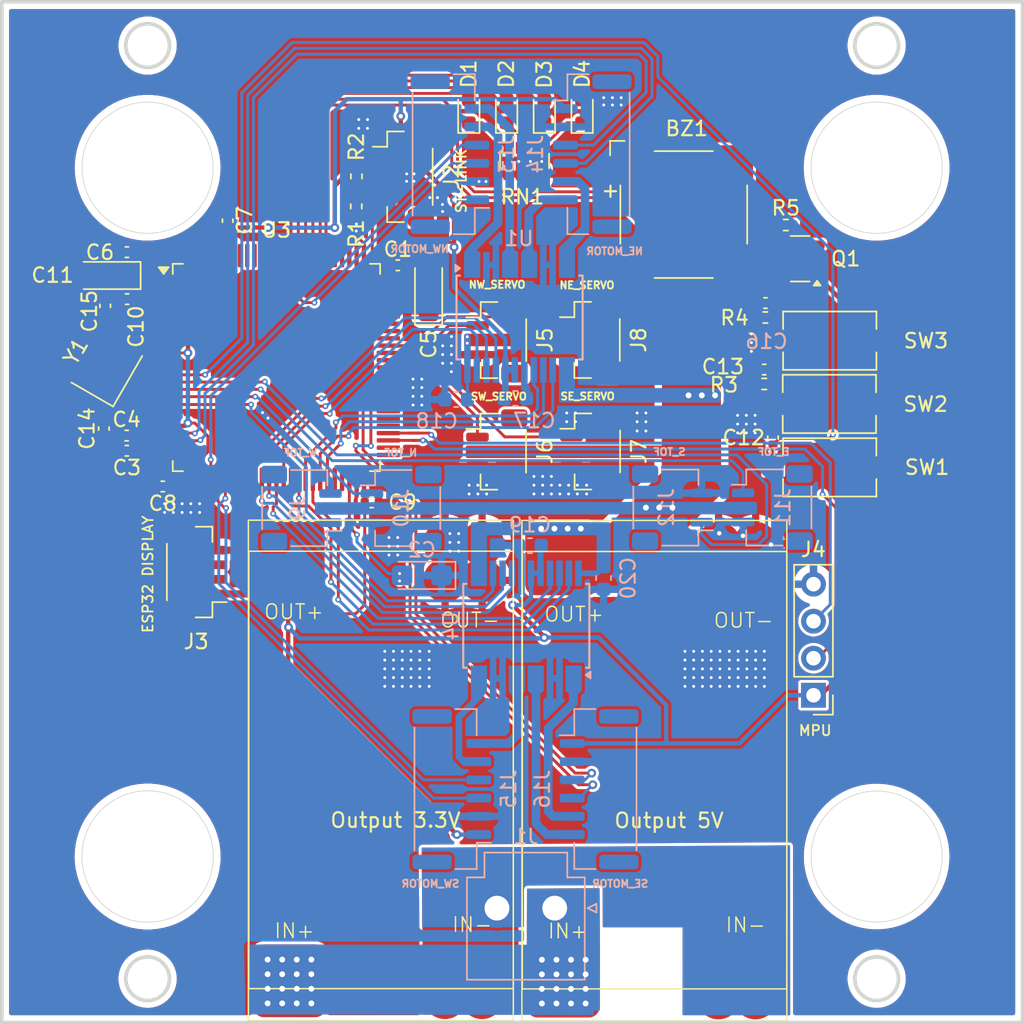
<source format=kicad_pcb>
(kicad_pcb (version 20240108) (generator "pcbnew") (generator_version "8.0")
  (layers (0 "F.Cu" signal) (31 "B.Cu" signal) (34 "B.Paste" user) (35 "F.Paste" user) (36 "B.SilkS" user "B.Silkscreen") (37 "F.SilkS" user "F.Silkscreen") (38 "B.Mask" user) (39 "F.Mask" user) (44 "Edge.Cuts" user))
  (net 0 "")
  (net 1 "GND")
  (net 2 "Net-(BZ1--)")
  (net 3 "+3.3V")
  (net 4 "Net-(C2-Pad2)")
  (net 5 "Net-(C5-Pad2)")
  (net 6 "/NRST")
  (net 7 "/PH0")
  (net 8 "/PH1")
  (net 9 "+5V")
  (net 10 "Net-(D1-K)")
  (net 11 "/LED_0")
  (net 12 "/LED_1")
  (net 13 "Net-(D2-K)")
  (net 14 "/LED_2")
  (net 15 "Net-(D3-K)")
  (net 16 "Net-(D4-K)")
  (net 17 "/LED_3")
  (net 18 "/IN-")
  (net 19 "/IN+")
  (net 20 "/SWDIO")
  (net 21 "/SWCLK")
  (net 22 "/USART2_TX")
  (net 23 "/USART2_RX")
  (net 24 "/USART1_TX")
  (net 25 "/USART1_RX")
  (net 26 "/NW_SERVO")
  (net 27 "/SW_SERVO")
  (net 28 "/SE_SERVO")
  (net 29 "/NE_SERVO")
  (net 30 "/N_TOF")
  (net 31 "/W_TOF")
  (net 32 "/S_TOF")
  (net 33 "/E_TOF")
  (net 34 "/NW_ENC_A")
  (net 35 "/NW_M2")
  (net 36 "/NW_M1")
  (net 37 "/NW_ENC_B")
  (net 38 "/NE_M2")
  (net 39 "/NE_M1")
  (net 40 "/NE_ENC_B")
  (net 41 "/NE_ENC_A")
  (net 42 "/SW_ENC_A")
  (net 43 "/SW_M2")
  (net 44 "/SW_M1")
  (net 45 "/SW_ENC_B")
  (net 46 "/SE_M1")
  (net 47 "/SE_M2")
  (net 48 "/SE_ENC_A")
  (net 49 "/SE_ENC_B")
  (net 50 "Net-(Q1-B)")
  (net 51 "/BUTTON_0")
  (net 52 "/BUTTON_1")
  (net 53 "/BUZZER")
  (net 54 "/SW_PWM")
  (net 55 "/SW_IN1")
  (net 56 "/NW_IN1")
  (net 57 "/NW_PWM")
  (net 58 "/NW_IN2")
  (net 59 "/SW_IN2")
  (net 63 "/I2C4_SDA")
  (net 66 "/NE_IN1")
  (net 71 "/SE_IN1")
  (net 77 "/SE_IN2")
  (net 79 "/I2C1_SDA")
  (net 85 "/I2C4_SCL")
  (net 86 "/SE_PWM")
  (net 88 "/USART3_RX")
  (net 94 "/NE_IN2")
  (net 95 "/USART3_TX")
  (net 96 "/NE_PWM")
  (net 97 "/I2C1_SCL")
  (footprint "Capacitor_SMD:C_0402_1005Metric" (layer "F.Cu") (at 134.26 79.81 -90)
    (property "Reference" "C7")
    (property "Value" "100nF")
  )
  (footprint "Capacitor_SMD:C_0402_1005Metric" (layer "F.Cu") (at 125.77 94.07 90)
    (property "Reference" "C14")
    (property "Value" "15pF")
  )
  (footprint "Resistor_SMD:R_0402_1005Metric" (layer "F.Cu") (at 143.08 78.83 90)
    (property "Reference" "R1")
    (property "Value" "10K")
  )
  (footprint "Capacitor_SMD:C_0402_1005Metric" (layer "F.Cu") (at 145.93 82.87 180)
    (property "Reference" "C1")
    (property "Value" "100nF")
  )
  (footprint "Capacitor_Tantalum_SMD:CP_EIA-3216-10_Kemet-I" (layer "F.Cu") (at 148.04 84.65 90)
    (property "Reference" "C5")
    (property "Value" "2.2uF")
  )
  (footprint "Capacitor_SMD:C_0402_1005Metric" (layer "F.Cu") (at 127.345 95.59 180)
    (property "Reference" "C3")
    (property "Value" "100nF")
  )
  (footprint "Capacitor_SMD:C_0402_1005Metric" (layer "F.Cu") (at 171.66 94.69 -90)
    (property "Reference" "C12")
    (property "Value" "100nF")
  )
  (footprint "Mini560:Mini560_5A" (layer "F.Cu") (at 163.03 117.49)
    (property "Reference" "U2")
    (property "Value" "Output 5V")
  )
  (footprint "Capacitor_SMD:C_0402_1005Metric" (layer "F.Cu") (at 127.36 85.19 180)
    (property "Reference" "C10")
    (property "Value" "100nF")
  )
  (footprint "Resistor_SMD:R_0402_1005Metric" (layer "F.Cu") (at 143.09 76.77 90)
    (property "Reference" "R2")
    (property "Value" "10K")
  )
  (footprint "Resistor_SMD:R_0402_1005Metric" (layer "F.Cu") (at 172.54 80.11)
    (property "Reference" "R5")
    (property "Value" "1K")
  )
  (footprint "Connector_JST:JST_SH_BM04B-SRSS-TB_1x04-1MP_P1.00mm_Vertical" (layer "F.Cu") (at 146.31 76.8 -90)
    (property "Reference" "J2")
    (property "Value" "STLINK")
  )
  (footprint "Button_Switch_SMD:SW_Tactile_SPST_NO_Straight_CK_PTS636Sx25SMTRLFS" (layer "F.Cu") (at 175.555 88.04 180)
    (property "Reference" "SW3")
    (property "Value" "SW_Push")
  )
  (footprint "Crystal:Crystal_SMD_3225-4Pin_3.2x2.5mm" (layer "F.Cu") (at 125.97 90 60)
    (property "Reference" "Y1")
    (property "Value" "Crystal_GND24_Small")
  )
  (footprint "Buzzer_Beeper:MagneticBuzzer_CUI_CMT-8504-100-SMT" (layer "F.Cu") (at 165.54 79.39)
    (property "Reference" "BZ1")
    (property "Value" "Buzzer")
  )
  (footprint "Package_TO_SOT_SMD:SOT-23" (layer "F.Cu") (at 173.5225 82.42 180)
    (property "Reference" "Q1")
    (property "Value" "S8550")
  )
  (footprint "Connector_JST:JST_SH_BM03B-SRSS-TB_1x03-1MP_P1.00mm_Vertical" (layer "F.Cu") (at 159.145 87.99 -90)
    (property "Reference" "J8")
    (property "Value" "Conn_01x03_Pin")
  )
  (footprint "Resistor_SMD:R_0402_1005Metric" (layer "F.Cu") (at 171.135 86.45)
    (property "Reference" "R4")
    (property "Value" "1K")
  )
  (footprint "Capacitor_SMD:C_0402_1005Metric" (layer "F.Cu") (at 171.06 90.02)
    (property "Reference" "C13")
    (property "Value" "100nF")
  )
  (footprint "LED_SMD:LED_0603_1608Metric" (layer "F.Cu") (at 150.8 72.31 90)
    (property "Reference" "D1")
    (property "Value" "3VL")
  )
  (footprint "Capacitor_Tantalum_SMD:CP_EIA-3216-10_Kemet-I" (layer "F.Cu") (at 125.98 83.57 180)
    (property "Reference" "C11")
    (property "Value" "4.7uF")
  )
  (footprint "Capacitor_SMD:C_0402_1005Metric" (layer "F.Cu") (at 125.86 85.65 -90)
    (property "Reference" "C15")
    (property "Value" "15pF")
  )
  (footprint "LED_SMD:LED_0603_1608Metric" (layer "F.Cu") (at 153.39 72.31 90)
    (property "Reference" "D2")
    (property "Value" "3VL")
  )
  (footprint "Capacitor_SMD:C_0402_1005Metric" (layer "F.Cu") (at 127.335 94.55 180)
    (property "Reference" "C4")
    (property "Value" "100nF")
  )
  (footprint "Resistor_SMD:R_0402_1005Metric" (layer "F.Cu") (at 171.06 91.01)
    (property "Reference" "R3")
    (property "Value" "1K")
  )
  (footprint "Mini560:Mini560_5A" (layer "F.Cu") (at 144.27 117.47)
    (property "Reference" "U5")
    (property "Value" "Output 3.3V")
  )
  (footprint "Capacitor_SMD:C_0402_1005Metric" (layer "F.Cu") (at 129.81 98.04 180)
    (property "Reference" "C8")
    (property "Value" "100nF")
  )
  (footprint "Resistor_SMD:R_Array_Convex_4x0603" (layer "F.Cu") (at 154.62 75.72 -90)
    (property "Reference" "RN1")
    (property "Value" "R_Pack04")
  )
  (footprint "Button_Switch_SMD:SW_Tactile_SPST_NO_Straight_CK_PTS636Sx25SMTRLFS" (layer "F.Cu") (at 175.55 96.73 180)
    (property "Reference" "SW1")
    (property "Value" "SW_Push")
  )
  (footprint "LED_SMD:LED_0603_1608Metric" (layer "F.Cu") (at 155.98 72.31 90)
    (property "Reference" "D3")
    (property "Value" "3VL")
  )
  (footprint "Connector_JST:JST_SH_BM04B-SRSS-TB_1x04-1MP_P1.00mm_Vertical" (layer "F.Cu") (at 132.1 103.91 90)
    (property "Reference" "J3")
    (property "Value" "MPU" (hide yes))
  )
  (footprint "Connector_PinHeader_2.54mm:PinHeader_1x04_P2.54mm_Vertical" (layer "F.Cu") (at 174.44 112.36 180)
    (property "Reference" "J4")
    (property "Value" "MPU")
  )
  (footprint "Button_Switch_SMD:SW_Tactile_SPST_NO_Straight_CK_PTS636Sx25SMTRLFS" (layer "F.Cu") (at 175.53 92.38 180)
    (property "Reference" "SW2")
    (property "Value" "SW_Push")
  )
  (footprint "Capacitor_SMD:C_0402_1005Metric" (layer "F.Cu") (at 171.145 85.46)
    (property "Reference" "C16")
    (property "Value" "100nF")
  )
  (footprint "Connector_JST:JST_SH_BM03B-SRSS-TB_1x03-1MP_P1.00mm_Vertical" (layer "F.Cu") (at 152.725 88 -90)
    (property "Reference" "J5")
    (property "Value" "Conn_01x03_Pin")
  )
  (footprint "Connector_JST:JST_SH_BM03B-SRSS-TB_1x03-1MP_P1.00mm_Vertical" (layer "F.Cu") (at 159.165 95.64 -90)
    (property "Reference" "J7")
    (property "Value" "Conn_01x03_Pin")
  )
  (footprint "Capacitor_SMD:C_0402_1005Metric" (layer "F.Cu") (at 144.14 99.13)
    (property "Reference" "C9")
    (property "Value" "100nF")
  )
  (footprint "Capacitor_SMD:C_0402_1005Metric" (layer "F.Cu") (at 127.35 81.97 180)
    (property "Reference" "C6")
    (property "Value" "100nF")
  )
  (footprint "Package_QFP:LQFP-100_14x14mm_P0.5mm" (layer "F.Cu") (at 137.605 89.88)
    (property "Reference" "U3")
    (property "Value" "STM32H743VITx")
  )
  (footprint "LED_SMD:LED_0603_1608Metric" (layer "F.Cu") (at 158.57 72.31 90)
    (property "Reference" "D4")
    (property "Value" "3VL")
  )
  (footprint "Connector_JST:JST_SH_BM03B-SRSS-TB_1x03-1MP_P1.00mm_Vertical" (layer "F.Cu") (at 152.715 95.65 -90)
    (property "Reference" "J6")
    (property "Value" "Conn_01x03_Pin")
  )
  (footprint "Connector_JST:JST_SH_SM03B-SRSS-TB_1x03-1MP_P1.00mm_Horizontal" (layer "B.Cu") (at 146.155 99.52 -90)
    (property "Reference" "J9")
    (property "Value" "Conn_01x03_Pin")
  )
  (footprint "Connector_JST:JST_GH_SM06B-GHS-TB_1x06-1MP_P1.25mm_Horizontal" (layer "B.Cu") (at 159.27 75.25 -90)
    (property "Reference" "J14")
    (property "Value" "Conn_01x06_Pin")
  )
  (footprint "Connector_JST:JST_GH_SM06B-GHS-TB_1x06-1MP_P1.25mm_Horizontal" (layer "B.Cu") (at 149.63 118.79 90)
    (property "Reference" "J15")
    (property "Value" "Conn_01x06_Pin")
  )
  (footprint "Connector_JST:JST_GH_SM06B-GHS-TB_1x06-1MP_P1.25mm_Horizontal" (layer "B.Cu") (at 149.5 75.25 90)
    (property "Reference" "J13")
    (property "Value" "Conn_01x06_Pin")
  )
  (footprint "Capacitor_SMD:C_0603_1608Metric" (layer "B.Cu") (at 160.04 104.32 -90)
    (property "Reference" "C20")
    (property "Value" "10uF")
  )
  (footprint "Connector_JST:JST_SH_SM03B-SRSS-TB_1x03-1MP_P1.00mm_Horizontal" (layer "B.Cu") (at 139.31 99.52 90)
    (property "Reference" "J10")
    (property "Value" "Conn_01x03_Pin")
  )
  (footprint "Connector_JST:JST_SH_SM03B-SRSS-TB_1x03-1MP_P1.00mm_Horizontal" (layer "B.Cu") (at 164.765 99.49 90)
    (property "Reference" "J11")
    (property "Value" "Conn_01x03_Pin")
  )
  (footprint "Package_SO:SSOP-24_5.3x8.2mm_P0.65mm" (layer "B.Cu") (at 154.74 107.595 90)
    (property "Reference" "U4")
    (property "Value" "TB6612FNG")
  )
  (footprint "Capacitor_SMD:C_0603_1608Metric" (layer "B.Cu") (at 153.99 92)
    (property "Reference" "C17")
    (property "Value" "10uF")
  )
  (footprint "Capacitor_Tantalum_SMD:CP_EIA-3216-10_Kemet-I" (layer "B.Cu") (at 147.574 104.14 180)
    (property "Reference" "C2")
    (property "Value" "2.2uF")
  )
  (footprint "Connector_JST:JST_GH_SM06B-GHS-TB_1x06-1MP_P1.25mm_Horizontal" (layer "B.Cu") (at 159.74 118.79 -90)
    (property "Reference" "J16")
    (property "Value" "Conn_01x06_Pin")
  )
  (footprint "Connector_JST:JST_VH_B2P-VH-B_1x02_P3.96mm_Vertical" (layer "B.Cu") (at 156.69 126.96 180)
    (property "Reference" "J1")
    (property "Value" "Conn_01x02_Pin")
  )
  (footprint "Connector_JST:JST_SH_SM03B-SRSS-TB_1x03-1MP_P1.00mm_Horizontal" (layer "B.Cu") (at 171.61 99.48 -90)
    (property "Reference" "J12")
    (property "Value" "Conn_01x03_Pin")
  )
  (footprint "Capacitor_SMD:C_0603_1608Metric" (layer "B.Cu") (at 149.93 92.08 180)
    (property "Reference" "C18")
    (property "Value" "10uF")
  )
  (footprint "Capacitor_SMD:C_0603_1608Metric" (layer "B.Cu") (at 154.99 102.1 180)
    (property "Reference" "C19")
    (property "Value" "10uF")
  )
  (footprint "Package_SO:SSOP-24_5.3x8.2mm_P0.65mm" (layer "B.Cu") (at 154.28 86.45 -90)
    (property "Reference" "U1")
    (property "Value" "TB6612FNG")
  )
  (gr_line (start 188.77 134.8) (end 188.77 64.8) (stroke (width 0.25)) (layer "Edge.Cuts"))
  (gr_circle (center 128.77 131.8) (end 130.27 131.8) (stroke (width 0.25)) (fill none) (layer "Edge.Cuts"))
  (gr_line (start 118.77 64.8) (end 118.77 134.8) (stroke (width 0.25)) (layer "Edge.Cuts"))
  (gr_circle (center 128.77 123.42) (end 133.27 123.64) (stroke (width 0.05)) (fill none) (layer "Edge.Cuts"))
  (gr_circle (center 178.77 76.18) (end 183.27 76.05) (stroke (width 0.05)) (fill none) (layer "Edge.Cuts"))
  (gr_circle (center 128.77 67.8) (end 130.27 67.8) (stroke (width 0.25)) (fill none) (layer "Edge.Cuts"))
  (gr_line (start 118.77 134.8) (end 188.77 134.8) (stroke (width 0.25)) (layer "Edge.Cuts"))
  (gr_circle (center 128.77 76.18) (end 132.81 74.2) (stroke (width 0.05)) (fill none) (layer "Edge.Cuts"))
  (gr_circle (center 178.77 131.8) (end 180.27 131.8) (stroke (width 0.25)) (fill none) (layer "Edge.Cuts"))
  (gr_circle (center 178.77 67.8) (end 180.27 67.8) (stroke (width 0.25)) (fill none) (layer "Edge.Cuts"))
  (gr_circle (center 178.77 123.42) (end 183.26 123.6) (stroke (width 0.05)) (fill none) (layer "Edge.Cuts"))
  (gr_line (start 188.77 64.8) (end 118.77 64.8) (stroke (width 0.25)) (layer "Edge.Cuts"))
  (gr_text "SE_MOTOR" (at 163.1696 125.5776 0) (layer "B.SilkS") (effects (font (size 0.5 0.5) (thickness 0.125) (bold yes)) (justify left bottom mirror)))
  (gr_text "N_TOF" (at 147.32 96.012 0) (layer "B.SilkS") (effects (font (size 0.5 0.5) (thickness 0.125) (bold yes)) (justify left bottom mirror)))
  (gr_text "W_TOF" (at 140.462 96.012 0) (layer "B.SilkS") (effects (font (size 0.5 0.5) (thickness 0.125) (bold yes)) (justify left bottom mirror)))
  (gr_text "S_TOF" (at 165.735 95.9612 0) (layer "B.SilkS") (effects (font (size 0.5 0.5) (thickness 0.125) (bold yes)) (justify left bottom mirror)))
  (gr_text "NE_MOTOR" (at 162.814 82.1944 0) (layer "B.SilkS") (effects (font (size 0.5 0.5) (thickness 0.125) (bold yes)) (justify left bottom mirror)))
  (gr_text "E_TOF" (at 172.8724 95.9612 0) (layer "B.SilkS") (effects (font (size 0.5 0.5) (thickness 0.125) (bold yes)) (justify left bottom mirror)))
  (gr_text "SW_MOTOR" (at 150.2156 125.5776 0) (layer "B.SilkS") (effects (font (size 0.5 0.5) (thickness 0.125) (bold yes)) (justify left bottom mirror)))
  (gr_text "NW_MOTOR" (at 149.5044 82.042 0) (layer "B.SilkS") (effects (font (size 0.5 0.5) (thickness 0.125) (bold yes)) (justify left bottom mirror)))
  (gr_text "NE_SERVO" (at 156.95 84.53 0) (layer "F.SilkS") (effects (font (size 0.5 0.5) (thickness 0.125) (bold yes)) (justify left bottom)))
  (gr_text "MPU" (at 173.355 115.189 0) (layer "F.SilkS") (effects (font (size 0.7 0.7) (thickness 0.125) (bold yes)) (justify left bottom)))
  (gr_text "ST-LINK" (at 150.69 79.37 90) (layer "F.SilkS") (effects (font (size 0.7 0.7) (thickness 0.125) (bold yes)) (justify left bottom)))
  (gr_text "NW_SERVO" (at 150.73 84.49 0) (layer "F.SilkS") (effects (font (size 0.5 0.5) (thickness 0.125) (bold yes)) (justify left bottom)))
  (gr_text "ESP32 DISPLAY" (at 129.2 108.16 90) (layer "F.SilkS") (effects (font (size 0.7 0.7) (thickness 0.125) (bold yes)) (justify left bottom)))
  (gr_text "SW_SERVO" (at 150.87 92.16 0) (layer "F.SilkS") (effects (font (size 0.5 0.5) (thickness 0.125) (bold yes)) (justify left bottom)))
  (gr_text "SE_SERVO" (at 157.02 92.15 0) (layer "F.SilkS") (effects (font (size 0.5 0.5) (thickness 0.125) (bold yes)) (justify left bottom)))
  (gr_text "OUT+" (at 155.905 107.39 0) (layer "F.SilkS") (effects (font (size 1 1) (thickness 0.1)) (justify left bottom)))
  (segment (start 126.743685 89.984807) (end 125.226701 89.984807) (width 0.2) (layer "F.Cu") (net 1))
  (segment (start 127.256121 89.472371) (end 126.743685 89.984807) (width 0.2) (layer "F.Cu") (net 1))
  (segment (start 142.14 74.77) (end 142.11 74.8) (width 0.2) (layer "F.Cu") (net 1))
  (segment (start 125.226701 89.984807) (end 124.683879 90.527629) (width 0.2) (layer "F.Cu") (net 1))
  (via (at 145.634 111.747) (size 0.4) (drill 0.2) (layers "F.Cu" "B.Cu") (net 1))
  (via (at 158.242 98.552) (size 0.4) (drill 0.2) (layers "F.Cu" "B.Cu") (net 1))
  (via (at 166.221 111.147) (size 0.4) (drill 0.2) (layers "F.Cu" "B.Cu") (net 1))
  (via (at 147.04 76.6) (size 0.4) (drill 0.2) (layers "F.Cu" "B.Cu") (net 1))
  (via (at 149.606 89.592) (size 0.4) (drill 0.2) (layers "F.Cu" "B.Cu") (net 1))
  (via (at 150.1 101.875) (size 0.4) (drill 0.2) (layers "F.Cu" "B.Cu") (net 1))
  (via (at 148.125 78.225) (size 0.4) (drill 0.2) (layers "F.Cu" "B.Cu") (net 1))
  (via (at 149.606 88.392) (size 0.4) (drill 0.2) (layers "F.Cu" "B.Cu") (net 1))
  (via (at 169.834 94.361) (size 0.4) (drill 0.2) (layers "F.Cu" "B.Cu") (net 1))
  (via (at 170.469 111.147) (size 0.4) (drill 0.2) (layers "F.Cu" "B.Cu") (net 1))
  (via (at 171.069 110.547) (size 0.4) (drill 0.2) (layers "F.Cu" "B.Cu") (net 1))
  (via (at 169.869 110.547) (size 0.4) (drill 0.2) (layers "F.Cu" "B.Cu") (net 1))
  (via (at 147.03 77.11) (size 0.4) (drill 0.2) (layers "F.Cu" "B.Cu") (net 1))
  (via (at 145.634 110.547) (size 0.4) (drill 0.2) (layers "F.Cu" "B.Cu") (net 1))
  (via (at 149 79.18) (size 0.4) (drill 0.2) (layers "F.Cu" "B.Cu") (net 1))
  (via (at 146.974 92.456) (size 0.4) (drill 0.2) (layers "F.Cu" "B.Cu") (net 1))
  (via (at 149.006 88.992) (size 0.4) (drill 0.2) (layers "F.Cu" "B.Cu") (net 1))
  (via (at 148.65 78.23) (size 0.4) (drill 0.2) (layers "F.Cu" "B.Cu") (net 1))
  (via (at 169.234 94.361) (size 0.4) (drill 0.2) (layers "F.Cu" "B.Cu") (net 1))
  (via (at 165.621 110.547) (size 0.4) (drill 0.2) (layers "F.Cu" "B.Cu") (net 1))
  (via (at 170.469 109.947) (size 0.4) (drill 0.2) (layers "F.Cu" "B.Cu") (net 1))
  (via (at 145.634 111.147) (size 0.4) (drill 0.2) (layers "F.Cu" "B.Cu") (net 1))
  (via (at 155.025 75.75) (size 0.4) (drill 0.2) (layers "F.Cu" "B.Cu") (net 1))
  (via (at 168.669 111.747) (size 0.4) (drill 0.2) (layers "F.Cu" "B.Cu") (net 1))
  (via (at 166.821 111.747) (size 0.4) (drill 0.2) (layers "F.Cu" "B.Cu") (net 1))
  (via (at 136.65 92.975) (size 0.4) (drill 0.2) (layers "F.Cu" "B.Cu") (net 1))
  (via (at 157.642 97.952) (size 0.4) (drill 0.2) (layers "F.Cu" "B.Cu") (net 1))
  (via (at 170.469 109.347) (size 0.4) (drill 0.2) (layers "F.Cu" "B.Cu") (net 1))
  (via (at 148.99 78.7) (size 0.4) (drill 0.2) (layers "F.Cu" "B.Cu") (net 1))
  (via (at 131.134 99.822) (size 0.4) (drill 0.2) (layers "F.Cu" "B.Cu") (net 1))
  (via (at 157.042 97.952) (size 0.4) (drill 0.2) (layers "F.Cu" "B.Cu") (net 1))
  (via (at 169.269 109.347) (size 0.4) (drill 0.2) (layers "F.Cu" "B.Cu") (net 1))
  (via (at 146.974 91.856) (size 0.4) (drill 0.2) (layers "F.Cu" "B.Cu") (net 1))
  (via (at 145.034 110.547) (size 0.4) (drill 0.2) (layers "F.Cu" "B.Cu") (net 1))
  (via (at 150.1 102.475) (size 0.4) (drill 0.2) (layers "F.Cu" "B.Cu") (net 1))
  (via (at 147.434 111.747) (size 0.4) (drill 0.2) (layers "F.Cu" "B.Cu") (net 1))
  (via (at 131.734 99.222) (size 0.4) (drill 0.2) (layers "F.Cu" "B.Cu") (net 1))
  (via (at 146.234 110.547) (size 0.4) (drill 0.2) (layers "F.Cu" "B.Cu") (net 1))
  (via (at 168.021 109.347) (size 0.4) (drill 0.2) (layers "F.Cu" "B.Cu") (net 1))
  (via (at 145.034 111.147) (size 0.4) (drill 0.2) (layers "F.Cu" "B.Cu") (net 1))
  (via (at 152.019 98.552) (size 0.4) (drill 0.2) (layers "F.Cu" "B.Cu") (net 1))
  (via (at 161.25 71.375) (size 0.4) (drill 0.2) (layers "F.Cu" "B.Cu") (net 1))
  (via (at 169.869 111.747) (size 0.4) (drill 0.2) (layers "F.Cu" "B.Cu") (net 1))
  (via (at 167.421 111.747) (size 0.4) (drill 0.2) (layers "F.Cu" "B.Cu") (net 1))
  (via (at 170.18 88.173) (size 0.4) (drill 0.2) (layers "F.Cu" "B.Cu") (net 1))
  (via (at 169.234 93.761) (size 0.4) (drill 0.2) (layers "F.Cu" "B.Cu") (net 1))
  (via (at 149.5 101.875) (size 0.4) (drill 0.2) (layers "F.Cu" "B.Cu") (net 1))
  (via (at 156.464 97.352) (size 0.4) (drill 0.2) (layers "F.Cu" "B.Cu") (net 1))
  (via (at 171.069 109.347) (size 0.4) (drill 0.2) (layers "F.Cu" "B.Cu") (net 1))
  (via (at 147.574 90.678) (size 0.4) (drill 0.2) (layers "F.Cu" "B.Cu") (net 1))
  (via (at 146.974 90.678) (size 0.4) (drill 0.2) (layers "F.Cu" "B.Cu") (net 1))
  (via (at 143.08 80.52) (size 0.4) (drill 0.2) (layers "F.Cu" "B.Cu") (net 1))
  (via (at 157.642 98.552) (size 0.4) (drill 0.2) (layers "F.Cu" "B.Cu") (net 1))
  (via (at 162.341 92.999) (size 0.4) (drill 0.2) (layers "F.Cu" "B.Cu") (net 1))
  (via (at 165.621 109.347) (size 0.4) (drill 0.2) (layers "F.Cu" "B.Cu") (net 1))
  (via (at 145.923 101.543) (size 0.4) (drill 0.2) (layers "F.Cu" "B.Cu") (net 1))
  (via (at 169.869 109.347) (size 0.4) (drill 0.2) (layers "F.Cu" "B.Cu") (net 1))
  (via (at 137.025 93.35) (size 0.4) (drill 0.2) (layers "F.Cu" "B.Cu") (net 1))
  (via (at 170.469 110.547) (size 0.4) (drill 0.2) (layers "F.Cu" "B.Cu") (net 1))
  (via (at 155.264 97.952) (size 0.4) (drill 0.2) (layers "F.Cu" "B.Cu") (net 1))
  (via (at 149.006 89.592) (size 0.4) (drill 0.2) (layers "F.Cu" "B.Cu") (net 1))
  (via (at 162.341 94.234) (size 0.4) (drill 0.2) (layers "F.Cu" "B.Cu") (net 1))
  (via (at 171.069 111.747) (size 0.4) (drill 0.2) (layers "F.Cu" "B.Cu") (net 1))
  (via (at 151.419 97.952) (size 0.4) (drill 0.2) (layers "F.Cu" "B.Cu") (net 1))
  (via (at 165.621 109.947) (size 0.4) (drill 0.2) (layers "F.Cu" "B.Cu") (net 1))
  (via (at 158.242 97.952) (size 0.4) (drill 0.2) (layers "F.Cu" "B.Cu") (net 1))
  (via (at 165.621 111.147) (size 0.4) (drill 0.2) (layers "F.Cu" "B.Cu") (net 1))
  (via (at 152.019 97.952) (size 0.4) (drill 0.2) (layers "F.Cu" "B.Cu") (net 1))
  (via (at 148.082 110.547) (size 0.4) (drill 0.2) (layers "F.Cu" "B.Cu") (net 1))
  (via (at 155.264 97.352) (size 0.4) (drill 0.2) (layers "F.Cu" "B.Cu") (net 1))
  (via (at 155.264 98.552) (size 0.4) (drill 0.2) (layers "F.Cu" "B.Cu") (net 1))
  (via (at 146.834 110.547) (size 0.4) (drill 0.2) (layers "F.Cu" "B.Cu") (net 1))
  (via (at 169.869 111.147) (size 0.4) (drill 0.2) (layers "F.Cu" "B.Cu") (net 1))
  (via (at 149.5 102.475) (size 0.4) (drill 0.2) (layers "F.Cu" "B.Cu") (net 1))
  (via (at 147.434 111.147) (size 0.4) (drill 0.2) (layers "F.Cu" "B.Cu") (net 1))
  (via (at 146.974 91.256) (size 0.4) (drill 0.2) (layers "F.Cu" "B.Cu") (net 1))
  (via (at 151.419 98.552) (size 0.4) (drill 0.2) (layers "F.Cu" "B.Cu") (net 1))
  (via (at 131.734 99.822) (size 0.4) (drill 0.2) (layers "F.Cu" "B.Cu") (net 1))
  (via (at 167.975 101.25) (size 0.6) (drill 0.3) (layers "F.Cu" "B.Cu") (net 1))
  (via (at 170.18 87.573) (size 0.4) (drill 0.2) (layers "F.Cu" "B.Cu") (net 1))
  (via (at 169.869 109.947) (size 0.4) (drill 0.2) (layers "F.Cu" "B.Cu") (net 1))
  (via (at 166.821 109.947) (size 0.4) (drill 0.2) (layers "F.Cu" "B.Cu") (net 1))
  (via (at 145.323 101.543) (size 0.4) (drill 0.2) (layers "F.Cu" "B.Cu") (net 1))
  (via (at 170.18 88.773) (size 0.4) (drill 0.2) (layers "F.Cu" "B.Cu") (net 1))
  (via (at 166.821 109.347) (size 0.4) (drill 0.2) (layers "F.Cu" "B.Cu") (net 1))
  (via (at 167.421 110.547) (size 0.4) (drill 0.2) (layers "F.Cu" "B.Cu") (net 1))
  (via (at 155.8 75.75) (size 0.4) (drill 0.2) (layers "F.Cu" "B.Cu") (net 1))
  (via (at 151.5 77.125) (size 0.4) (drill 0.2) (layers "F.Cu" "B.Cu") (net 1))
  (via (at 146.834 109.347) (size 0.4) (drill 0.2) (layers "F.Cu" "B.Cu") (net 1))
  (via (at 145.034 109.947) (size 0.4) (drill 0.2) (layers "F.Cu" "B.Cu") (net 1))
  (via (at 146.234 111.747) (size 0.4) (drill 0.2) (layers "F.Cu" "B.Cu") (net 1))
  (via (at 161.25 71.875) (size 0.4) (drill 0.2) (layers "F.Cu" "B.Cu") (net 1))
  (via (at 132.334 99.822) (size 0.4) (drill 0.2) (layers "F.Cu" "B.Cu") (net 1))
  (via (at 145.034 111.747) (size 0.4) (drill 0.2) (layers "F.Cu" "B.Cu") (net 1))
  (via (at 146.834 111.147) (size 0.4) (drill 0.2) (layers "F.Cu" "B.Cu") (net 1))
  (via (at 154.225 75.75) (size 0.4) (drill 0.2) (layers "F.Cu" "B.Cu") (net 1))
  (via (at 162.941 94.234) (size 0.4) (drill 0.2) (layers "F.Cu" "B.Cu") (net 1))
  (via (at 143.85 72.875) (size 0.4) (drill 0.2) (layers "F.Cu" "B.Cu") (net 1))
  (via (at 130.534 99.822) (size 0.4) (drill 0.2) (layers "F.Cu" "B.Cu") (net 1))
  (via (at 169.834 93.761) (size 0.4) (drill 0.2) (layers "F.Cu" "B.Cu") (net 1))
  (via (at 149.606 87.757) (size 0.4) (drill 0.2) (layers "F.Cu" "B.Cu") (net 1))
  (via (at 166.821 111.147) (size 0.4) (drill 0.2) (layers "F.Cu" "B.Cu") (net 1))
  (via (at 147.574 92.456) (size 0.4) (drill 0.2) (layers "F.Cu" "B.Cu") (net 1))
  (via (at 148.082 109.347) (size 0.4) (drill 0.2) (layers "F.Cu" "B.Cu") (net 1))
  (via (at 130.534 99.222) (size 0.4) (drill 0.2) (layers "F.Cu" "B.Cu") (net 1))
  (via (at 146.834 109.947) (size 0.4) (drill 0.2) (layers "F.Cu" "B.Cu") (net 1))
  (via (at 149.606 90.17) (size 0.4) (drill 0.2) (layers "F.Cu" "B.Cu") (net 1))
  (via (at 143.85 73.475) (size 0.4) (drill 0.2) (layers "F.Cu" "B.Cu") (net 1))
  (via (at 150.819 98.552) (size 0.4) (drill 0.2) (layers "F.Cu" "B.Cu") (net 1))
  (via (at 145.034 109.347) (size 0.4) (drill 0.2) (layers "F.Cu" "B.Cu") (net 1))
  (via (at 169.6 101.425) (size 0.6) (drill 0.3) (layers "F.Cu" "B.Cu") (net 1))
  (via (at 167.421 111.147) (size 0.4) (drill 0.2) (layers "F.Cu" "B.Cu") (net 1))
  (via (at 158.877 97.952) (size 0.4) (drill 0.2) (layers "F.Cu" "B.Cu") (net 1))
  (via (at 156.464 97.952) (size 0.4) (drill 0.2) (layers "F.Cu" "B.Cu") (net 1))
  (via (at 155.864 98.552) (size 0.4) (drill 0.2) (layers "F.Cu" "B.Cu") (net 1))
  (via (at 155.864 97.952) (size 0.4) (drill 0.2) (layers "F.Cu" "B.Cu") (net 1))
  (via (at 146.834 111.747) (size 0.4) (drill 0.2) (layers "F.Cu" "B.Cu") (net 1))
  (via (at 170.469 111.747) (size 0.4) (drill 0.2) (layers "F.Cu" "B.Cu") (net 1))
  (via (at 160.05 71.375) (size 0.4) (drill 0.2) (layers "F.Cu" "B.Cu") (net 1))
  (via (at 147.434 109.347) (size 0.4) (drill 0.2) (layers "F.Cu" "B.Cu") (net 1))
  (via (at 169.269 110.547) (size 0.4) (drill 0.2) (layers "F.Cu" "B.Cu") (net 1))
  (via (at 149.006 88.392) (size 0.4) (drill 0.2) (layers "F.Cu" "B.Cu") (net 1))
  (via (at 169.269 111.747) (size 0.4) (drill 0.2) (layers "F.Cu" "B.Cu") (net 1))
  (via (at 157.515 92.999) (size 0.4) (drill 0.2) (layers "F.Cu" "B.Cu") (net 1))
  (via (at 157.042 98.552) (size 0.4) (drill 0.2) (layers "F.Cu" "B.Cu") (net 1))
  (via (at 158.115 92.999) (size 0.4) (drill 0.2) (layers "F.Cu" "B.Cu") (net 1))
  (via (at 150.1 101.275) (size 0.4) (drill 0.2) (layers "F.Cu" "B.Cu") (net 1))
  (via (at 146.53 77.11) (size 0.4) (drill 0.2) (layers "F.Cu" "B.Cu") (net 1))
  (via (at 145.323 102.743) (size 0.4) (drill 0.2) (layers "F.Cu" "B.Cu") (net 1))
  (via (at 146.54 76.6) (size 0.4) (drill 0.2) (layers "F.Cu" "B.Cu") (net 1))
  (via (at 162.341 93.599) (size 0.4) (drill 0.2) (layers "F.Cu" "B.Cu") (net 1))
  (via (at 160.65 71.375) (size 0.4) (drill 0.2) (layers "F.Cu" "B.Cu") (net 1))
  (via (at 167.421 109.347) (size 0.4) (drill 0.2) (layers "F.Cu" "B.Cu") (net 1))
  (via (at 131.134 99.222) (size 0.4) (drill 0.2) (layers "F.Cu" "B.Cu") (net 1))
  (via (at 145.634 109.347) (size 0.4) (drill 0.2) (layers "F.Cu" "B.Cu") (net 1))
  (via (at 157.515 93.599) (size 0.4) (drill 0.2) (layers "F.Cu" "B.Cu") (net 1))
  (via (at 145.323 102.143) (size 0.4) (drill 0.2) (layers "F.Cu" "B.Cu") (net 1))
  (via (at 171.069 109.947) (size 0.4) (drill 0.2) (layers "F.Cu" "B.Cu") (net 1))
  (via (at 149.5 101.275) (size 0.4) (drill 0.2) (layers "F.Cu" "B.Cu") (net 1))
  (via (at 132.334 99.222) (size 0.4) (drill 0.2) (layers "F.Cu" "B.Cu") (net 1))
  (via (at 168.021 111.147) (size 0.4) (drill 0.2) (layers "F.Cu" "B.Cu") (net 1))
  (via (at 169.234 93.161) (size 0.4) (drill 0.2) (layers "F.Cu" "B.Cu") (net 1))
  (via (at 170.434 93.761) (size 0.4) (drill 0.2) (layers "F.Cu" "B.Cu") (net 1))
  (via (at 158.877 98.552) (size 0.4) (drill 0.2) (layers "F.Cu" "B.Cu") (net 1))
  (via (at 145.634 109.947) (size 0.4) (drill 0.2) (layers "F.Cu" "B.Cu") (net 1))
  (via (at 160.05 71.875) (size 0.4) (drill 0.2) (layers "F.Cu" "B.Cu") (net 1))
  (via (at 150.819 97.952) (size 0.4) (drill 0.2) (layers "F.Cu" "B.Cu") (net 1))
  (via (at 160.65 71.875) (size 0.4) (drill 0.2) (layers "F.Cu" "B.Cu") (net 1))
  (via (at 146.234 109.947) (size 0.4) (drill 0.2) (layers "F.Cu" "B.Cu") (net 1))
  (via (at 166.221 110.547) (size 0.4) (drill 0.2) (layers "F.Cu" "B.Cu") (net 1))
  (via (at 143.16 100.457) (size 0.4) (drill 0.2) (layers "F.Cu" "B.Cu") (net 1))
  (via (at 166.221 109.947) (size 0.4) (drill 0.2) (layers "F.Cu" "B.Cu") (net 1))
  (via (at 147.434 109.947) (size 0.4) (drill 0.2) (layers "F.Cu" "B.Cu") (net 1))
  (via (at 129.934 99.822) (size 0.4) (drill 0.2) (layers "F.Cu" "B.Cu") (net 1))
  (via (at 168.669 109.947) (size 0.4) (drill 0.2) (layers "F.Cu" "B.Cu") (net 1))
  (via (at 148.082 111.747) (size 0.4) (drill 0.2) (layers "F.Cu" "B.Cu") (net 1))
  (via (at 171.521944 102.026586) (size 0.6) (drill 0.3) (layers "F.Cu" "B.Cu") (net 1))
  (via (at 165.621 111.747) (size 0.4) (drill 0.2) (layers "F.Cu" "B.Cu") (net 1))
  (via (at 168.669 109.347) (size 0.4) (drill 0.2) (layers "F.Cu" "B.Cu") (net 1))
  (via (at 146.234 111.147) (size 0.4) (drill 0.2) (layers "F.Cu" "B.Cu") (net 1))
  (via (at 156.464 98.552) (size 0.4) (drill 0.2) (layers "F.Cu" "B.Cu") (net 1))
  (via (at 147.574 91.856) (size 0.4) (drill 0.2) (layers "F.Cu" "B.Cu") (net 1))
  (via (at 158.115 93.599) (size 0.4) (drill 0.2) (layers "F.Cu" "B.Cu") (net 1))
  (via (at 147.574 91.256) (size 0.4) (drill 0.2) (layers "F.Cu" "B.Cu") (net 1))
  (via (at 151.975 77.125) (size 0.4) (drill 0.2) (layers "F.Cu" "B.Cu") (net 1))
  (via (at 168.669 111.147) (size 0.4) (drill 0.2) (layers "F.Cu" "B.Cu") (net 1))
  (via (at 155.864 97.352) (size 0.4) (drill 0.2) (layers "F.Cu" "B.Cu") (net 1))
  (via (at 166.821 110.547) (size 0.4) (drill 0.2) (layers "F.Cu" "B.Cu") (net 1))
  (via (at 166.221 111.747) (size 0.4) (drill 0.2) (layers "F.Cu" "B.Cu") (net 1))
  (via (at 169.269 111.147) (size 0.4) (drill 0.2) (layers "F.Cu" "B.Cu") (net 1))
  (via (at 148.082 109.947) (size 0.4) (drill 0.2) (layers "F.Cu" "B.Cu") (net 1))
  (via (at 145.923 102.143) (size 0.4) (drill 0.2) (layers "F.Cu" "B.Cu") (net 1))
  (via (at 169.834 93.161) (size 0.4) (drill 0.2) (layers "F.Cu" "B.Cu") (net 1))
  (via (at 147.434 110.547) (size 0.4) (drill 0.2) (layers "F.Cu" "B.Cu") (net 1))
  (via (at 149.606 88.992) (size 0.4) (drill 0.2) (layers "F.Cu" "B.Cu") (net 1))
  (via (at 148.082 111.147) (size 0.4) (drill 0.2) (layers "F.Cu" "B.Cu") (net 1))
  (via (at 143.25 72.875) (size 0.4) (drill 0.2) (layers "F.Cu" "B.Cu") (net 1))
  (via (at 170.434 93.161) (size 0.4) (drill 0.2) (layers "F.Cu" "B.Cu") (net 1))
  (via (at 166.221 109.347) (size 0.4) (drill 0.2) (layers "F.Cu" "B.Cu") (net 1))
  (via (at 143.09 80.04) (size 0.4) (drill 0.2) (layers "F.Cu" "B.Cu") (net 1))
  (via (at 168.021 109.947) (size 0.4) (drill 0.2) (layers "F.Cu" "B.Cu") (net 1))
  (via (at 168.021 111.747) (size 0.4) (drill 0.2) (layers "F.Cu" "B.Cu") (net 1))
  (via (at 168.669 110.547) (size 0.4) (drill 0.2) (layers "F.Cu" "B.Cu") (net 1))
  (via (at 169.269 109.947) (size 0.4) (drill 0.2) (layers "F.Cu" "B.Cu") (net 1))
  (via (at 145.923 102.743) (size 0.4) (drill 0.2) (layers "F.Cu" "B.Cu") (net 1))
  (via (at 171.069 111.147) (size 0.4) (drill 0.2) (layers "F.Cu" "B.Cu") (net 1))
  (via (at 143.25 73.475) (size 0.4) (drill 0.2) (layers "F.Cu" "B.Cu") (net 1))
  (via (at 129.934 99.222) (size 0.4) (drill 0.2) (layers "F.Cu" "B.Cu") (net 1))
  (via (at 162.941 92.999) (size 0.4) (drill 0.2) (layers "F.Cu" "B.Cu") (net 1))
  (via (at 167.421 109.947) (size 0.4) (drill 0.2) (layers "F.Cu" "B.Cu") (net 1))
  (via (at 146.234 109.347) (size 0.4) (drill 0.2) (layers "F.Cu" "B.Cu") (net 1))
  (via (at 154.432 105.537) (size 0.4) (drill 0.2) (layers "F.Cu" "B.Cu") (net 1))
  (via (at 168.021 110.547) (size 0.4) (drill 0.2) (layers "F.Cu" "B.Cu") (net 1))
  (via (at 162.941 93.599) (size 0.4) (drill 0.2) (layers "F.Cu" "B.Cu") (net 1))
  (via (at 170.434 94.361) (size 0.4) (drill 0.2) (layers "F.Cu" "B.Cu") (net 1))
  (segment (start 172.22 82.42) (end 165.69 75.89) (width 0.2) (layer "F.Cu") (net 2))
  (segment (start 165.69 75.89) (end 162.04 75.89) (width 0.2) (layer "F.Cu") (net 2))
  (segment (start 172.585 82.42) (end 172.22 82.42) (width 0.2) (layer "F.Cu") (net 2))
  (segment (start 137 80.29) (end 137.03 80.29) (width 0.3) (layer "F.Cu") (net 3))
  (segment (start 149.975 121.915) (end 138.41 110.35) (width 0.3) (layer "F.Cu") (net 3))
  (segment (start 132.105 98.38741) (end 132.105 97.555) (width 0.2) (layer "F.Cu") (net 3))
  (segment (start 172.605 87.41) (end 171.645 86.45) (width 0.2) (layer "F.Cu") (net 3))
  (segment (start 132.105 96.475) (end 132.105 97.555) (width 0.2) (layer "F.Cu") (net 3))
  (segment (start 174.93 112.36) (end 176.57 110.72) (width 0.3) (layer "F.Cu") (net 3))
  (segment (start 146.13 72.644) (end 146.13 74.69) (width 0.3) (layer "F.Cu") (net 3))
  (segment (start 130.29 98.04) (end 130.905 98.655) (width 0.2) (layer "F.Cu") (net 3))
  (segment (start 130.83312 86.38) (end 131.54 87.08688) (width 0.3) (layer "F.Cu") (net 3))
  (segment (start 127.825 95.59) (end 127.825 94.56) (width 0.3) (layer "F.Cu") (net 3))
  (segment (start 143.039 106.77) (end 139.81 106.77) (width 0.2) (layer "F.Cu") (net 3))
  (segment (start 176.57 85.48) (end 174.46 83.37) (width 0.3) (layer "F.Cu") (net 3))
  (segment (start 143.66 99.13) (end 143.66 97.61) (width 0.2) (layer "F.Cu") (net 3))
  (segment (start 131.605 82.205) (end 131.605 81.30188) (width 0.3) (layer "F.Cu") (net 3))
  (segment (start 139.81 106.77) (end 138.41 105.37) (width 0.2) (layer "F.Cu") (net 3))
  (segment (start 144.05 75.3) (end 144.985 75.3) (width 0.3) (layer "F.Cu") (net 3))
  (segment (start 127.825 101.021826) (end 132.213174 105.41) (width 0.3) (layer "F.Cu") (net 3))
  (segment (start 132.9 95.68) (end 132.105 96.475) (width 0.2) (layer "F.Cu") (net 3))
  (segment (start 155.97 108.345) (end 153.797 106.172) (width 0.3) (layer "F.Cu") (net 3))
  (segment (start 172.605 88.955) (end 172.605 87.41) (width 0.2) (layer "F.Cu") (net 3))
  (segment (start 129.93 93.88) (end 129.93 93.38) (width 0.2) (layer "F.Cu") (net 3))
  (segment (start 149.79 81.625) (end 149.79 78.41) (width 0.3) (layer "F.Cu") (net 3))
  (segment (start 127.825 95.59) (end 127.825 101.021826) (width 0.3) (layer "F.Cu") (net 3))
  (segment (start 133.425 105.41) (end 135.98 105.41) (width 0.5) (layer "F.Cu") (net 3))
  (segment (start 171.54 90.98) (end 171.57 91.01) (width 0.2) (layer "F.Cu") (net 3))
  (segment (start 135.98 105.41) (end 138.41 102.98) (width 0.5) (layer "F.Cu") (net 3))
  (segment (start 132.213174 105.41) (end 133.425 105.41) (width 0.3) (layer "F.Cu") (net 3))
  (segment (start 171.625 85.46) (end 172.37 85.46) (width 0.2) (layer "F.Cu") (net 3))
  (segment (start 145.32 83.92) (end 145.28 83.88) (width 0.2) (layer "F.Cu") (net 3))
  (segment (start 130.905 98.655) (end 131.83741 98.655) (width 0.2) (layer "F.Cu") (net 3))
  (segment (start 132.9 95.12) (end 132.9 95.68) (width 0.2) (layer "F.Cu") (net 3))
  (segment (start 129.93 86.38) (end 128.720001 86.38) (width 0.3) (layer "F.Cu") (net 3))
  (segment (start 138.41 105.37) (end 138.41 102.98) (width 0.2) (layer "F.Cu") (net 3))
  (segment (start 131.83741 98.655) (end 132.105 98.38741) (width 0.2) (layer "F.Cu") (net 3))
  (segment (start 132.62688 80.28) (end 137.01 80.28) (width 0.3) (layer "F.Cu") (net 3))
  (segment (start 131.54 87.08688) (end 131.54 88.88) (width 0.3) (layer "F.Cu") (net 3))
  (segment (start 155.97 108.41) (end 155.97 108.345) (width 0.3) (layer "F.Cu") (net 3))
  (segment (start 145.28 83.88) (end 145.47 83.69) (width 0.2) (layer "F.Cu") (net 3))
  (segment (start 132.9 94.58607) (end 132.9 95.12) (width 0.2) (layer "F.Cu") (net 3))
  (segment (start 145.47 83.69) (end 145.47 82.89) (width 0.2) (layer "F.Cu") (net 3))
  (segment (start 127.84 85.19) (end 127.84 84.08) (width 0.3) (layer "F.Cu") (net 3))
  (segment (start 137.03 80.26) (end 137.03 80.26) (width 0.3) (layer "F.Cu") (net 3))
  (segment (start 132.004054 93.690124) (end 132.9 94.58607) (width 0.2) (layer "F.Cu") (net 3))
  (segment (start 143.09 76.26) (end 144.05 75.3) (width 0.3) (layer "F.Cu") (net 3))
  (segment (start 176.57 110.72) (end 176.57 85.48) (width 0.3) (layer "F.Cu") (net 3))
  (segment (start 172.37 85.46) (end 174.46 83.37) (width 0.2) (layer "F.Cu") (net 3))
  (segment (start 171.54 90.02) (end 171.54 90.98) (width 0.2) (layer "F.Cu") (net 3))
  (segment (start 131.53 88.88) (end 129.93 88.88) (width 0.2) (layer "F.Cu") (net 3))
  (segment (start 145.47 82.89) (end 145.45 82.87) (width 0.2) (layer "F.Cu") (net 3))
  (segment (start 131.605 81.30188) (end 132.62688 80.28) (width 0.3) (layer "F.Cu") (net 3))
  (segment (start 127.83 83.07) (end 127.33 83.57) (width 0.3) (layer "F.Cu") (net 3))
  (segment (start 128.485 93.88) (end 127.815 94.55) (width 0.3) (layer "F.Cu") (net 3))
  (segment (start 141.605 77.425001) (end 142.770001 76.26) (width 0.3) (layer "F.Cu") (net 3))
  (segment (start 128.720001 86.38) (end 127.84 85.499999) (width 0.3) (layer "F.Cu") (net 3))
  (segment (start 131.54 88.88) (end 131.53 88.88) (width 0.2) (layer "F.Cu") (net 3))
  (segment (start 171.54 90.02) (end 172.605 88.955) (width 0.2) (layer "F.Cu") (net 3))
  (segment (start 137.01 80.28) (end 137 80.29) (width 0.3) (layer "F.Cu") (net 3))
  (segment (start 127.825 94.56) (end 127.815 94.55) (width 0.3) (layer "F.Cu") (net 3))
  (segment (start 131.53 93.690124) (end 132.004054 93.690124) (width 0.2) (layer "F.Cu") (net 3))
  (segment (start 127.84 84.08) (end 127.33 83.57) (width 0.3) (layer "F.Cu") (net 3))
  (segment (start 143.66 106.149) (end 143.039 106.77) (width 0.2) (layer "F.Cu") (net 3))
  (segment (start 146.13 74.69) (end 149.82 78.38) (width 0.3) (layer "F.Cu") (net 3))
  (segment (start 131.340124 93.88) (end 128.485 93.88) (width 0.3) (layer "F.Cu") (net 3))
  (segment (start 149.955 121.94) (end 149.98 121.915) (width 0.5) (layer "F.Cu") (net 3))
  (segment (start 145.45 82.390686) (end 145.45 82.87) (width 0.2) (layer "F.Cu") (net 3))
  (segment (start 143.66 97.61) (end 143.605 97.555) (width 0.2) (layer "F.Cu") (net 3))
  (segment (start 149.79 81.3) (end 146.540686 81.3) (width 0.2) (layer "F.Cu") (net 3))
  (segment (start 129.93 86.38) (end 130.83312 86.38) (width 0.3) (layer "F.Cu") (net 3))
  (segment (start 137.03 80.29) (end 137.03 80.26) (width 0.3) (layer "F.Cu") (net 3))
  (segment (start 146.540686 81.3) (end 145.45 82.390686) (width 0.2) (layer "F.Cu") (net 3))
  (segment (start 131.53 93.690124) (end 131.340124 93.88) (width 0.3) (layer "F.Cu") (net 3))
  (segment (start 142.770001 76.26) (end 143.09 76.26) (width 0.3) (layer "F.Cu") (net 3))
  (segment (start 138.41 110.35) (end 138.41 102.98) (width 0.3) (layer "F.Cu") (net 3))
  (segment (start 141.605 80.29) (end 141.605 77.425001) (width 0.3) (layer "F.Cu") (net 3))
  (segment (start 149.79 78.41) (end 149.82 78.38) (width 0.2) (layer "F.Cu") (net 3))
  (segment (start 174.44 112.36) (end 174.93 112.36) (width 0.3) (layer "F.Cu") (net 3))
  (segment (start 143.66 99.13) (end 143.66 106.149) (width 0.2) (layer "F.Cu") (net 3))
  (segment (start 131.37 81.97) (end 131.605 82.205) (width 0.3) (layer "F.Cu") (net 3))
  (segment (start 149.79 81.625) (end 149.79 81.3) (width 0.2) (layer "F.Cu") (net 3))
  (segment (start 149.98 121.915) (end 149.975 121.915) (width 0.3) (layer "F.Cu") (net 3))
  (segment (start 171.645 86.45) (end 171.645 85.48) (width 0.2) (layer "F.Cu") (net 3))
  (segment (start 127.84 85.499999) (end 127.84 85.19) (width 0.3) (layer "F.Cu") (net 3))
  (segment (start 127.83 81.97) (end 131.37 81.97) (width 0.3) (layer "F.Cu") (net 3))
  (segment (start 171.645 85.48) (end 171.625 85.46) (width 0.2) (layer "F.Cu") (net 3))
  (segment (start 127.83 81.97) (end 127.83 83.07) (width 0.3) (layer "F.Cu") (net 3))
  (via (at 141.605 80.29) (size 0.6) (drill 0.3) (layers "F.Cu" "B.Cu") (net 3))
  (via (at 149.82 78.38) (size 0.6) (drill 0.3) (layers "F.Cu" "B.Cu") (net 3))
  (via (at 138.43 107.696) (size 0.6) (drill 0.3) (layers "F.Cu" "B.Cu") (net 3))
  (via (at 153.797 106.172) (size 0.6) (drill 0.3) (layers "F.Cu" "B.Cu") (net 3))
  (via (at 149.79 81.625) (size 0.6) (drill 0.3) (layers "F.Cu" "B.Cu") (net 3))
  (via (at 155.97 108.41) (size 0.6) (drill 0.3) (layers "F.Cu" "B.Cu") (net 3))
  (via (at 131.53 93.690124) (size 0.6) (drill 0.3) (layers "F.Cu" "B.Cu") (net 3))
  (via (at 146.13 72.644) (size 0.6) (drill 0.3) (layers "F.Cu" "B.Cu") (net 3))
  (via (at 131.53 88.88) (size 0.6) (drill 0.3) (layers "F.Cu" "B.Cu") (net 3))
  (via (at 149.98 121.915) (size 0.6) (drill 0.3) (layers "F.Cu" "B.Cu") (net 3))
  (via (at 137.03 80.29) (size 0.6) (drill 0.3) (layers "F.Cu" "B.Cu") (net 3))
  (segment (start 164.338 115.665) (end 157.89 115.665) (width 0.3) (layer "B.Cu") (net 3))
  (segment (start 153.305 90.05) (end 153.305 91.91) (width 0.45) (layer "B.Cu") (net 3))
  (segment (start 155.715 101.97) (end 155.805 101.88) (width 0.4) (layer "B.Cu") (net 3))
  (segment (start 169.355 115.665) (end 164.338 115.665) (width 0.3) (layer "B.Cu") (net 3))
  (segment (start 159.708 108.4) (end 164.338 113.03) (width 0.3) (layer "B.Cu") (net 3))
  (segment (start 153.185 92.03) (end 153.175 92.03) (width 0.45) (layer "B.Cu") (net 3))
  (segment (start 149.82 78.38) (end 151.345 78.38) (width 0.2) (layer "B.Cu") (net 3))
  (segment (start 164.338 113.03) (end 164.338 115.665) (width 0.3) (layer "B.Cu") (net 3))
  (segment (start 155.97 108.41) (end 155.922 108.458) (width 0.3) (layer "B.Cu") (net 3))
  (segment (start 172.66 112.36) (end 169.355 115.665) (width 0.3) (layer "B.Cu") (net 3))
  (segment (start 142.425 71.475) (end 146.13 71.475) (width 0.3) (layer "B.Cu") (net 3))
  (segment (start 139.192 108.458) (end 138.43 107.696) (width 0.3) (layer "B.Cu") (net 3))
  (segment (start 155.065 105.681818) (end 155.065 103.995) (width 0.3) (layer "B.Cu") (net 3))
  (segment (start 149.735 121.915) (end 149.98 121.915) (width 0.2) (layer "B.Cu") (net 3))
  (segment (start 153.797 106.172) (end 154.574818 106.172) (width 0.3) (layer "B.Cu") (net 3))
  (segment (start 141.61 72.29) (end 142.425 71.475) (width 0.3) (layer "B.Cu") (net 3))
  (segment (start 154.574818 106.172) (end 155.065 105.681818) (width 0.3) (layer "B.Cu") (net 3))
  (segment (start 141.61 80.285) (end 141.61 72.29) (width 0.3) (layer "B.Cu") (net 3))
  (segment (start 153.305 87.910125) (end 153.305 90.05) (width 0.3) (layer "B.Cu") (net 3))
  (segment (start 155.065 103.995) (end 155.715 103.995) (width 0.4) (layer "B.Cu") (net 3))
  (segment (start 151.48 121.915) (end 149.735 121.915) (width 0.3) (layer "B.Cu") (net 3))
  (segment (start 131.53 88.88) (end 131.53 93.690124) (width 0.3) (layer "B.Cu") (net 3))
  (segment (start 141.605 80.29) (end 141.61 80.285) (width 0.3) (layer "B.Cu") (net 3))
  (segment (start 151.345 78.38) (end 151.35 78.375) (width 0.2) (layer "B.Cu") (net 3))
  (segment (start 155.922 108.458) (end 139.192 108.458) (width 0.3) (layer "B.Cu") (net 3))
  (segment (start 149.79 84.395125) (end 153.305 87.910125) (width 0.3) (layer "B.Cu") (net 3))
  (segment (start 156.77 71.475) (end 157.42 72.125) (width 0.3) (layer "B.Cu") (net 3))
  (segment (start 141.605 80.29) (end 137.03 80.29) (width 0.3) (layer "B.Cu") (net 3))
  (segment (start 146.13 72.644) (end 146.13 71.475) (width 0.3) (layer "B.Cu") (net 3))
  (segment (start 147.35 71.475) (end 156.77 71.475) (width 0.3) (layer "B.Cu") (net 3))
  (segment (start 146.13 71.475) (end 147.35 71.475) (width 0.3) (layer "B.Cu") (net 3))
  (segment (start 155.97 108.41) (end 155.98 108.4) (width 0.3) (layer "B.Cu") (net 3))
  (segment (start 155.98 108.4) (end 159.708 108.4) (width 0.3) (layer "B.Cu") (net 3))
  (segment (start 155.715 103.995) (end 155.715 101.97) (width 0.4) (layer "B.Cu") (net 3))
  (segment (start 137.03 80.29) (end 137.03 80.26) (width 0.2) (layer "B.Cu") (net 3))
  (segment (start 174.44 112.36) (end 172.66 112.36) (width 0.3) (layer "B.Cu") (net 3))
  (segment (start 149.79 81.625) (end 149.79 84.395125) (width 0.3) (layer "B.Cu") (net 3))
  (segment (start 153.305 91.91) (end 153.185 92.03) (width 0.45) (layer "B.Cu") (net 3))
  (segment (start 153.955 90.05) (end 153.305 90.05) (width 0.45) (layer "B.Cu") (net 3))
  (segment (start 142.605 100.822) (end 142.605 97.555) (width 0.2) (layer "F.Cu") (net 4))
  (segment (start 143.129 101.346) (end 142.605 100.822) (width 0.2) (layer "F.Cu") (net 4))
  (via (at 146.05 104.521) (size 0.4) (drill 0.2) (layers "F.Cu" "B.Cu") (net 4))
  (via (at 146.05 104.013) (size 0.4) (drill 0.2) (layers "F.Cu" "B.Cu") (net 4))
  (via (at 143.129 101.346) (size 0.4) (drill 0.2) (layers "F.Cu" "B.Cu") (net 4))
  (segment (start 143.129 101.346) (end 143.129 101.854) (width 0.2) (layer "B.Cu") (net 4))
  (segment (start 146.05 104.013) (end 146.05 104.521) (width 0.2) (layer "B.Cu") (net 4))
  (segment (start 145.288 104.013) (end 146.05 104.013) (width 0.2) (layer "B.Cu") (net 4))
  (segment (start 143.129 101.854) (end 145.288 104.013) (width 0.2) (layer "B.Cu") (net 4))
  (segment (start 147.12 84.88) (end 148.04 83.96) (width 0.2) (layer "F.Cu") (net 5))
  (segment (start 148.04 83.96) (end 148.04 83.3) (width 0.2) (layer "F.Cu") (net 5))
  (segment (start 145.28 84.88) (end 147.12 84.88) (width 0.2) (layer "F.Cu") (net 5))
  (segment (start 172.088 94.742) (end 171.66 95.17) (width 0.2) (layer "F.Cu") (net 6))
  (segment (start 132.715 90.38) (end 129.93 90.38) (width 0.2) (layer "F.Cu") (net 6))
  (segment (start 171.66 95.17) (end 171.66 96.715) (width 0.2) (layer "F.Cu") (net 6))
  (segment (start 175.768 94.488) (end 175.514 94.742) (width 0.2) (layer "F.Cu") (net 6))
  (segment (start 171.66 96.715) (end 171.675 96.73) (width 0.2) (layer "F.Cu") (net 6))
  (segment (start 175.514 94.742) (end 172.088 94.742) (width 0.2) (layer "F.Cu") (net 6))
  (via (at 175.768 94.488) (size 0.4) (drill 0.2) (layers "F.Cu" "B.Cu") (net 6))
  (via (at 132.715 90.38) (size 0.4) (drill 0.2) (layers "F.Cu" "B.Cu") (net 6))
  (segment (start 163.76 69.93) (end 175.768 81.938) (width 0.2) (layer "B.Cu") (net 6))
  (segment (start 163.76 68.548629) (end 163.76 69.93) (width 0.2) (layer "B.Cu") (net 6))
  (segment (start 135.23 71.048628) (end 138.688628 67.59) (width 0.2) (layer "B.Cu") (net 6))
  (segment (start 162.801371 67.59) (end 163.035685 67.824315) (width 0.2) (layer "B.Cu") (net 6))
  (segment (start 175.768 81.938) (end 175.768 94.488) (width 0.2) (layer "B.Cu") (net 6))
  (segment (start 132.715 90.38) (end 132.72 90.38) (width 0.2) (layer "B.Cu") (net 6))
  (segment (start 138.688628 67.59) (end 162.801371 67.59) (width 0.2) (layer "B.Cu") (net 6))
  (segment (start 163.035685 67.824315) (end 163.76 68.548629) (width 0.2) (layer "B.Cu") (net 6))
  (segment (start 135.23 87.87) (end 135.23 71.048628) (width 0.2) (layer "B.Cu") (net 6))
  (segment (start 132.72 90.38) (end 135.23 87.87) (width 0.2) (layer "B.Cu") (net 6))
  (segment (start 125.86 86.13) (end 125.86 88.546251) (width 0.2) (layer "F.Cu") (net 7))
  (segment (start 128.221893 88.838046) (end 128.18383 88.799983) (width 0.2) (layer "F.Cu") (net 7))
  (segment (start 125.961988 88.444262) (end 125.783879 88.622372) (width 0.2) (layer "F.Cu") (net 7))
  (segment (start 129.530286 89.38) (end 129.93 89.38) (width 0.2) (layer "F.Cu") (net 7))
  (segment (start 125.86 88.546251) (end 125.783879 88.622372) (width 0.2) (layer "F.Cu") (net 7))
  (segment (start 126.895049 88.266153) (end 126.391982 88.266153) (width 0.2) (layer "F.Cu") (net 7))
  (arc (start 128.18383 88.799983) (mid 127.592532 88.40489) (end 126.895049 88.266153) (width 0.2) (layer "F.Cu") (net 7))
  (arc (start 128.221893 88.838046) (mid 128.822189 89.239151) (end 129.530286 89.38) (width 0.2) (layer "F.Cu") (net 7))
  (arc (start 126.391982 88.266153) (mid 126.159271 88.312442) (end 125.961988 88.444262) (width 0.2) (layer "F.Cu") (net 7))
  (segment (start 129.341978 89.88) (end 129.93 89.88) (width 0.2) (layer "F.Cu") (net 8))
  (segment (start 125.77 91.763749) (end 126.156121 91.377628) (width 0.2) (layer "F.Cu") (net 8))
  (segment (start 128.92478 90.052809) (end 128.110436 90.867153) (width 0.2) (layer "F.Cu") (net 8))
  (segment (start 126.878041 91.377628) (end 126.156121 91.377628) (width 0.2) (layer "F.Cu") (net 8))
  (segment (start 125.77 93.59) (end 125.77 91.763749) (width 0.2) (layer "F.Cu") (net 8))
  (arc (start 126.878041 91.377628) (mid 127.545008 91.244959) (end 128.110436 90.867153) (width 0.2) (layer "F.Cu") (net 8))
  (arc (start 129.341978 89.88) (mid 129.116192 89.924912) (end 128.92478 90.052809) (width 0.2) (layer "F.Cu") (net 8))
  (segment (start 157.18 100.97) (end 157.15 100.94) (width 0.6) (layer "F.Cu") (net 9))
  (segment (start 165.89 91.83) (end 165.86 91.8) (width 0.6) (layer "F.Cu") (net 9))
  (segment (start 162.965 99.53) (end 162.935 99.5) (width 0.6) (layer "F.Cu") (net 9))
  (segment (start 157.84 95.64) (end 157.83 95.63) (width 0.6) (layer "F.Cu") (net 9))
  (segment (start 157.83 95.65) (end 157.84 95.64) (width 0.6) (layer "F.Cu") (net 9))
  (segment (start 157.81 88) (end 157.82 87.99) (width 0.6) (layer "F.Cu") (net 9))
  (via (at 165.87 91.79) (size 0.8) (drill 0.4) (layers "F.Cu" "B.Cu") (net 9))
  (via (at 163.855 99.49) (size 0.8) (drill 0.4) (layers "F.Cu" "B.Cu") (net 9))
  (via (at 158.48 100.93) (size 0.8) (drill 0.4) (layers "F.Cu" "B.Cu") (net 9))
  (via (at 167.69 91.79) (size 0.8) (drill 0.4) (layers "F.Cu" "B.Cu") (net 9))
  (via (at 155.76 100.93) (size 0.8) (drill 0.4) (layers "F.Cu" "B.Cu") (net 9))
  (via (at 150.69 88.21) (size 0.4) (drill 0.2) (layers "F.Cu" "B.Cu") (net 9))
  (via (at 156.67 100.93) (size 0.8) (drill 0.4) (layers "F.Cu" "B.Cu") (net 9))
  (via (at 164.765 99.49) (size 0.8) (drill 0.4) (layers "F.Cu" "B.Cu") (net 9))
  (via (at 162.945 99.49) (size 0.8) (drill 0.4) (layers "F.Cu" "B.Cu") (net 9))
  (via (at 166.78 91.79) (size 0.8) (drill 0.4) (layers "F.Cu" "B.Cu") (net 9))
  (via (at 150.69 87.77) (size 0.4) (drill 0.2) (layers "F.Cu" "B.Cu") (net 9))
  (via (at 157.58 100.93) (size 0.8) (drill 0.4) (layers "F.Cu" "B.Cu") (net 9))
  (segment (start 156.735 100.995) (end 156.67 100.93) (width 0.4) (layer "B.Cu") (net 9))
  (segment (start 162.945 99.51) (end 162.965 99.53) (width 0.6) (layer "B.Cu") (net 9))
  (segment (start 159.59 103.995) (end 160.04 103.545) (width 0.4) (layer "B.Cu") (net 9))
  (segment (start 165.87 91.81) (end 165.89 91.83) (width 0.6) (layer "B.Cu") (net 9))
  (segment (start 156.665 100.925) (end 156.67 100.92) (width 0.4) (layer "B.Cu") (net 9))
  (segment (start 155.76 100.95) (end 155.78 100.97) (width 0.6) (layer "B.Cu") (net 9))
  (segment (start 158.315 103.995) (end 159.59 103.995) (width 0.4) (layer "B.Cu") (net 9))
  (segment (start 150.705 90.05) (end 150.705 92.08) (width 0.2) (layer "B.Cu") (net 9))
  (segment (start 151.6975 73.0975) (end 153.42 74.82) (width 0.2) (layer "F.Cu") (net 10))
  (segment (start 150.8 73.0975) (end 151.6975 73.0975) (width 0.2) (layer "F.Cu") (net 10))
  (segment (start 150.8 71.5225) (end 150.3595 71.082) (width 0.2) (layer "F.Cu") (net 11))
  (segment (start 150.3595 71.082) (end 140.950314 71.082) (width 0.2) (layer "F.Cu") (net 11))
  (segment (start 140.950314 71.082) (end 140.105 71.927314) (width 0.2) (layer "F.Cu") (net 11))
  (segment (start 140.105 71.927314) (end 140.105 82.205) (width 0.2) (layer "F.Cu") (net 11))
  (segment (start 152.5495 70.682) (end 140.784628 70.682) (width 0.2) (layer "F.Cu") (net 12))
  (segment (start 139.605 71.861628) (end 139.605 82.205) (width 0.2) (layer "F.Cu") (net 12))
  (segment (start 140.784628 70.682) (end 139.605 71.861628) (width 0.2) (layer "F.Cu") (net 12))
  (segment (start 153.39 71.5225) (end 152.5495 70.682) (width 0.2) (layer "F.Cu") (net 12))
  (segment (start 154.22 73.9275) (end 154.22 74.82) (width 0.2) (layer "F.Cu") (net 13))
  (segment (start 153.39 73.0975) (end 154.22 73.9275) (width 0.2) (layer "F.Cu") (net 13))
  (segment (start 155.98 71.5225) (end 154.6885 70.231) (width 0.2) (layer "F.Cu") (net 14))
  (segment (start 154.6885 70.231) (end 140.669942 70.231) (width 0.2) (layer "F.Cu") (net 14))
  (segment (start 139.105 71.795942) (end 139.105 82.205) (width 0.2) (layer "F.Cu") (net 14))
  (segment (start 140.669942 70.231) (end 139.105 71.795942) (width 0.2) (layer "F.Cu") (net 14))
  (segment (start 155.02 74.0575) (end 155.02 74.82) (width 0.2) (layer "F.Cu") (net 15))
  (segment (start 155.98 73.0975) (end 155.02 74.0575) (width 0.2) (layer "F.Cu") (net 15))
  (segment (start 158.57 73.0975) (end 157.5425 73.0975) (width 0.2) (layer "F.Cu") (net 16))
  (segment (start 157.5425 73.0975) (end 155.82 74.82) (width 0.2) (layer "F.Cu") (net 16))
  (segment (start 156.8785 69.831) (end 158.57 71.5225) (width 0.2) (layer "F.Cu") (net 17))
  (segment (start 140.504256 69.831) (end 156.8785 69.831) (width 0.2) (layer "F.Cu") (net 17))
  (segment (start 138.605 71.730256) (end 140.504256 69.831) (width 0.2) (layer "F.Cu") (net 17))
  (segment (start 138.605 82.205) (end 138.605 71.730256) (width 0.2) (layer "F.Cu") (net 17))
  (via (at 138 130.49) (size 0.8) (drill 0.4) (layers "F.Cu" "B.Cu") (net 19))
  (via (at 155.81 133.5) (size 0.8) (drill 0.4) (layers "F.Cu" "B.Cu") (net 19))
  (via (at 139 132.49) (size 0.8) (drill 0.4) (layers "F.Cu" "B.Cu") (net 19))
  (via (at 156.81 133.5) (size 0.8) (drill 0.4) (layers "F.Cu" "B.Cu") (net 19))
  (via (at 139 130.49) (size 0.8) (drill 0.4) (layers "F.Cu" "B.Cu") (net 19))
  (via (at 157.81 132.5) (size 0.8) (drill 0.4) (layers "F.Cu" "B.Cu") (net 19))
  (via (at 158.81 131.5) (size 0.8) (drill 0.4) (layers "F.Cu" "B.Cu") (net 19))
  (via (at 137 131.49) (size 0.8) (drill 0.4) (layers "F.Cu" "B.Cu") (net 19))
  (via (at 157.81 131.5) (size 0.8) (drill 0.4) (layers "F.Cu" "B.Cu") (net 19))
  (via (at 155.81 132.5) (size 0.8) (drill 0.4) (layers "F.Cu" "B.Cu") (net 19))
  (via (at 138 132.49) (size 0.8) (drill 0.4) (layers "F.Cu" "B.Cu") (net 19))
  (via (at 139 133.49) (size 0.8) (drill 0.4) (layers "F.Cu" "B.Cu") (net 19))
  (via (at 138 131.49) (size 0.8) (drill 0.4) (layers "F.Cu" "B.Cu") (net 19))
  (via (at 157.81 130.5) (size 0.8) (drill 0.4) (layers "F.Cu" "B.Cu") (net 19))
  (via (at 158.81 132.5) (size 0.8) (drill 0.4) (layers "F.Cu" "B.Cu") (net 19))
  (via (at 140 131.49) (size 0.8) (drill 0.4) (layers "F.Cu" "B.Cu") (net 19))
  (via (at 157.81 133.5) (size 0.8) (drill 0.4) (layers "F.Cu" "B.Cu") (net 19))
  (via (at 138 133.49) (size 0.8) (drill 0.4) (layers "F.Cu" "B.Cu") (net 19))
  (via (at 158.81 130.5) (size 0.8) (drill 0.4) (layers "F.Cu" "B.Cu") (net 19))
  (via (at 137 132.49) (size 0.8) (drill 0.4) (layers "F.Cu" "B.Cu") (net 19))
  (via (at 139 131.49) (size 0.8) (drill 0.4) (layers "F.Cu" "B.Cu") (net 19))
  (via (at 156.81 132.5) (size 0.8) (drill 0.4) (layers "F.Cu" "B.Cu") (net 19))
  (via (at 158.81 133.5) (size 0.8) (drill 0.4) (layers "F.Cu" "B.Cu") (net 19))
  (via (at 140 133.49) (size 0.8) (drill 0.4) (layers "F.Cu" "B.Cu") (net 19))
  (via (at 155.81 130.5) (size 0.8) (drill 0.4) (layers "F.Cu" "B.Cu") (net 19))
  (via (at 137 133.49) (size 0.8) (drill 0.4) (layers "F.Cu" "B.Cu") (net 19))
  (via (at 155.81 131.5) (size 0.8) (drill 0.4) (layers "F.Cu" "B.Cu") (net 19))
  (via (at 140 132.49) (size 0.8) (drill 0.4) (layers "F.Cu" "B.Cu") (net 19))
  (via (at 156.81 131.5) (size 0.8) (drill 0.4) (layers "F.Cu" "B.Cu") (net 19))
  (via (at 140 130.49) (size 0.8) (drill 0.4) (layers "F.Cu" "B.Cu") (net 19))
  (via (at 156.81 130.5) (size 0.8) (drill 0.4) (layers "F.Cu" "B.Cu") (net 19))
  (via (at 137 130.49) (size 0.8) (drill 0.4) (layers "F.Cu" "B.Cu") (net 19))
  (segment (start 144.18 85.11241) (end 144.44759 85.38) (width 0.2) (layer "F.Cu") (net 20))
  (segment (start 144.18 79.105) (end 144.18 85.11241) (width 0.2) (layer "F.Cu") (net 20))
  (segment (start 144.985 78.3) (end 144.18 79.105) (width 0.2) (layer "F.Cu") (net 20))
  (segment (start 143.08 78.32) (end 144.965 78.32) (width 0.2) (layer "F.Cu") (net 20))
  (segment (start 144.965 78.32) (end 144.985 78.3) (width 0.2) (layer "F.Cu") (net 20))
  (segment (start 144.44759 85.38) (end 145.28 85.38) (width 0.2) (layer "F.Cu") (net 20))
  (segment (start 143.605 81.37259) (end 143.605 82.205) (width 0.2) (layer "F.Cu") (net 21))
  (segment (start 143.33741 81.105) (end 143.605 81.37259) (width 0.2) (layer "F.Cu") (net 21))
  (segment (start 142.57 77.28) (end 142.205 77.645) (width 0.2) (layer "F.Cu") (net 21))
  (segment (start 143.09 77.28) (end 144.965 77.28) (width 0.2) (layer "F.Cu") (net 21))
  (segment (start 142.208529 80.538529) (end 142.775 81.105) (width 0.2) (layer "F.Cu") (net 21))
  (segment (start 142.205 80.538529) (end 142.208529 80.538529) (width 0.2) (layer "F.Cu") (net 21))
  (segment (start 143.09 77.28) (end 142.57 77.28) (width 0.2) (layer "F.Cu") (net 21))
  (segment (start 144.965 77.28) (end 144.985 77.3) (width 0.2) (layer "F.Cu") (net 21))
  (segment (start 142.775 81.105) (end 143.33741 81.105) (width 0.2) (layer "F.Cu") (net 21))
  (segment (start 142.205 77.645) (end 142.205 80.538529) (width 0.2) (layer "F.Cu") (net 21))
  (segment (start 128.35 100.91043) (end 131.84957 104.41) (width 0.2) (layer "F.Cu") (net 22))
  (segment (start 128.971134 95.38) (end 128.35 96.001134) (width 0.2) (layer "F.Cu") (net 22))
  (segment (start 129.93 95.38) (end 128.971134 95.38) (width 0.2) (layer "F.Cu") (net 22))
  (segment (start 128.35 96.001134) (end 128.35 100.91043) (width 0.2) (layer "F.Cu") (net 22))
  (segment (start 131.84957 104.41) (end 133.425 104.41) (width 0.2) (layer "F.Cu") (net 22))
  (segment (start 131.415256 103.41) (end 133.425 103.41) (width 0.2) (layer "F.Cu") (net 23))
  (segment (start 128.75 96.27) (end 128.75 100.744744) (width 0.2) (layer "F.Cu") (net 23))
  (segment (start 129.14 95.88) (end 128.75 96.27) (width 0.2) (layer "F.Cu") (net 23))
  (segment (start 129.93 95.88) (end 129.14 95.88) (width 0.2) (layer "F.Cu") (net 23))
  (segment (start 128.75 100.744744) (end 131.415256 103.41) (width 0.2) (layer "F.Cu") (net 23))
  (segment (start 175.97 108.56) (end 174.71 109.82) (width 0.2) (layer "F.Cu") (net 24))
  (segment (start 147.647848 94.88) (end 147.1 94.88) (width 0.2) (layer "F.Cu") (net 24))
  (segment (start 147.1 94.88) (end 145.28 94.88) (width 0.2) (layer "F.Cu") (net 24))
  (segment (start 175.97 99.49) (end 175.97 108.56) (width 0.2) (layer "F.Cu") (net 24))
  (segment (start 175.06 98.58) (end 175.97 99.49) (width 0.2) (layer "F.Cu") (net 24))
  (segment (start 147.1 94.88) (end 146.92 94.88) (width 0.2) (layer "F.Cu") (net 24))
  (segment (start 174.71 109.82) (end 174.44 109.82) (width 0.2) (layer "F.Cu") (net 24))
  (via (at 147.647848 94.88) (size 0.4) (drill 0.2) (layers "F.Cu" "B.Cu") (net 24))
  (via (at 175.06 98.58) (size 0.4) (drill 0.2) (layers "F.Cu" "B.Cu") (net 24))
  (segment (start 148.44 95.47) (end 173.85 95.47) (width 0.2) (layer "B.Cu") (net 24))
  (segment (start 147.85 94.88) (end 148.44 95.47) (width 0.2) (layer "B.Cu") (net 24))
  (segment (start 175.06 96.68) (end 175.06 98.58) (width 0.2) (layer "B.Cu") (net 24))
  (segment (start 147.647848 94.88) (end 147.85 94.88) (width 0.2) (layer "B.Cu") (net 24))
  (segment (start 173.85 95.47) (end 175.06 96.68) (width 0.2) (layer "B.Cu") (net 24))
  (segment (start 148.1 94.38) (end 147.360002 94.38) (width 0.2) (layer "F.Cu") (net 25))
  (segment (start 148.22 94.5) (end 148.1 94.38) (width 0.2) (layer "F.Cu") (net 25))
  (segment (start 147.360002 94.38) (end 145.28 94.38) (width 0.2) (layer "F.Cu") (net 25))
  (segment (start 146.6 94.38) (end 147.360002 94.38) (width 0.2) (layer "F.Cu") (net 25))
  (via (at 148.22 94.5) (size 0.4) (drill 0.2) (layers "F.Cu" "B.Cu") (net 25))
  (segment (start 175.59 106.13) (end 174.44 107.28) (width 0.2) (layer "B.Cu") (net 25))
  (segment (start 175.59 96.41) (end 175.59 106.13) (width 0.2) (layer "B.Cu") (net 25))
  (segment (start 148.22 94.5) (end 148.79 95.07) (width 0.2) (layer "B.Cu") (net 25))
  (segment (start 174.25 95.07) (end 175.59 96.41) (width 0.2) (layer "B.Cu") (net 25))
  (segment (start 148.79 95.07) (end 174.25 95.07) (width 0.2) (layer "B.Cu") (net 25))
  (segment (start 149.43 87) (end 147.55 88.88) (width 0.2) (layer "F.Cu") (net 26))
  (segment (start 151.4 87) (end 149.43 87) (width 0.2) (layer "F.Cu") (net 26))
  (segment (start 147.55 88.88) (end 145.28 88.88) (width 0.2) (layer "F.Cu") (net 26))
  (segment (start 151.39 93.33) (end 147.94 89.88) (width 0.2) (layer "F.Cu") (net 27))
  (segment (start 151.39 94.65) (end 151.39 93.33) (width 0.2) (layer "F.Cu") (net 27))
  (segment (start 147.94 89.88) (end 145.28 89.88) (width 0.2) (layer "F.Cu") (net 27))
  (segment (start 157.84 94.64) (end 153.265686 94.64) (width 0.2) (layer "F.Cu") (net 28))
  (segment (start 148.005686 89.38) (end 145.28 89.38) (width 0.2) (layer "F.Cu") (net 28))
  (segment (start 153.265686 94.64) (end 148.005686 89.38) (width 0.2) (layer "F.Cu") (net 28))
  (segment (start 153 86.99) (end 152.41 86.4) (width 0.2) (layer "F.Cu") (net 29))
  (segment (start 157.82 86.99) (end 153 86.99) (width 0.2) (layer "F.Cu") (net 29))
  (segment (start 147.319744 88.38) (end 145.28 88.38) (width 0.2) (layer "F.Cu") (net 29))
  (segment (start 149.299744 86.4) (end 147.319744 88.38) (width 0.2) (layer "F.Cu") (net 29))
  (segment (start 152.41 86.4) (end 149.299744 86.4) (width 0.2) (layer "F.Cu") (net 29))
  (segment (start 136.15 91.88) (end 129.93 91.88) (width 0.2) (layer "F.Cu") (net 30))
  (via (at 136.15 91.88) (size 0.4) (drill 0.2) (layers "F.Cu" "B.Cu") (net 30))
  (segment (start 143.58 98.52) (end 144.155 98.52) (width 0.2) (layer "B.Cu") (net 30))
  (segment (start 136.27 91.88) (end 142.91 98.52) (width 0.2) (layer "B.Cu") (net 30))
  (segment (start 136.15 91.88) (end 136.27 91.88) (width 0.2) (layer "B.Cu") (net 30))
  (segment (start 142.91 98.52) (end 144.155 98.52) (width 0.2) (layer "B.Cu") (net 30))
  (segment (start 129.97 92.42) (end 129.93 92.38) (width 0.2) (layer "F.Cu") (net 31))
  (segment (start 135.86 92.42) (end 129.97 92.42) (width 0.2) (layer "F.Cu") (net 31))
  (via (at 135.86 92.42) (size 0.4) (drill 0.2) (layers "F.Cu" "B.Cu") (net 31))
  (segment (start 140.425686 100.52) (end 141.31 100.52) (width 0.2) (layer "B.Cu") (net 31))
  (segment (start 135.86 92.935) (end 139.65 96.725) (width 0.2) (layer "B.Cu") (net 31))
  (segment (start 139.65 96.725) (end 139.65 99.744314) (width 0.2) (layer "B.Cu") (net 31))
  (segment (start 139.65 99.744314) (end 140.425686 100.52) (width 0.2) (layer "B.Cu") (net 31))
  (segment (start 135.86 92.42) (end 135.86 92.935) (width 0.2) (layer "B.Cu") (net 31))
  (segment (start 136.777145 90.88) (end 129.93 90.88) (width 0.2) (layer "F.Cu") (net 32))
  (segment (start 136.805091 90.852054) (end 136.777145 90.88) (width 0.2) (layer "F.Cu") (net 32))
  (via (at 136.805091 90.852054) (size 0.4) (drill 0.2) (layers "F.Cu" "B.Cu") (net 32))
  (segment (start 136.805091 90.852054) (end 136.805091 90.935091) (width 0.2) (layer "B.Cu") (net 32))
  (segment (start 171.225 97.915) (end 171.225 101.475) (width 0.2) (layer "B.Cu") (net 32))
  (segment (start 169.18 95.87) (end 171.225 97.915) (width 0.2) (layer "B.Cu") (net 32))
  (segment (start 171.225 101.475) (end 170.675 102.025) (width 0.2) (layer "B.Cu") (net 32))
  (segment (start 136.805091 90.935091) (end 141.74 95.87) (width 0.2) (layer "B.Cu") (net 32))
  (segment (start 166.765 101.34) (end 166.765 100.49) (width 0.2) (layer "B.Cu") (net 32))
  (segment (start 141.74 95.87) (end 169.18 95.87) (width 0.2) (layer "B.Cu") (net 32))
  (segment (start 170.675 102.025) (end 167.45 102.025) (width 0.2) (layer "B.Cu") (net 32))
  (segment (start 167.45 102.025) (end 166.765 101.34) (width 0.2) (layer "B.Cu") (net 32))
  (segment (start 136.52 91.38) (end 129.93 91.38) (width 0.2) (layer "F.Cu") (net 33))
  (via (at 136.52 91.38) (size 0.4) (drill 0.2) (layers "F.Cu" "B.Cu") (net 33))
  (segment (start 168.84 96.27) (end 169.61 97.04) (width 0.2) (layer "B.Cu") (net 33))
  (segment (start 136.54 91.38) (end 141.43 96.27) (width 0.2) (layer "B.Cu") (net 33))
  (segment (start 169.61 97.04) (end 169.61 98.48) (width 0.2) (layer "B.Cu") (net 33))
  (segment (start 141.43 96.27) (end 168.84 96.27) (width 0.2) (layer "B.Cu") (net 33))
  (segment (start 136.52 91.38) (end 136.54 91.38) (width 0.2) (layer "B.Cu") (net 33))
  (segment (start 133.105 96.205) (end 133.1 96.2) (width 0.2) (layer "F.Cu") (net 34))
  (segment (start 133.105 97.555) (end 133.105 96.205) (width 0.2) (layer "F.Cu") (net 34))
  (via (at 133.1 96.2) (size 0.4) (drill 0.2) (layers "F.Cu" "B.Cu") (net 34))
  (segment (start 133.1 91.831372) (end 133.251372 91.68) (width 0.2) (layer "B.Cu") (net 34))
  (segment (start 133.253479 91.68) (end 134.015 90.918479) (width 0.2) (layer "B.Cu") (net 34))
  (segment (start 133.1 96.2) (end 133.1 91.831372) (width 0.2) (layer "B.Cu") (net 34))
  (segment (start 133.251372 91.68) (end 133.253479 91.68) (width 0.2) (layer "B.Cu") (net 34))
  (segment (start 134.015 90.918479) (end 134.015 90.916372) (width 0.2) (layer "B.Cu") (net 34))
  (segment (start 150.306372 74.625) (end 151.35 74.625) (width 0.2) (layer "B.Cu") (net 34))
  (segment (start 134.015 90.916372) (end 150.306372 74.625) (width 0.2) (layer "B.Cu") (net 34))
  (segment (start 140.20674 85.43174) (end 139.48174 85.43174) (width 0.2) (layer "F.Cu") (net 37))
  (segment (start 139.48174 85.43174) (end 137.105 83.055) (width 0.2) (layer "F.Cu") (net 37))
  (segment (start 137.105 83.055) (end 137.105 82.205) (width 0.2) (layer "F.Cu") (net 37))
  (via (at 140.20674 85.43174) (size 0.4) (drill 0.2) (layers "F.Cu" "B.Cu") (net 37))
  (segment (start 140.20674 85.31826) (end 149.65 75.875) (width 0.2) (layer "B.Cu") (net 37))
  (segment (start 140.20674 85.43174) (end 140.20674 85.31826) (width 0.2) (layer "B.Cu") (net 37))
  (segment (start 149.65 75.875) (end 151.35 75.875) (width 0.2) (layer "B.Cu") (net 37))
  (segment (start 129.949065 94.899065) (end 129.93 94.88) (width 0.2) (layer "F.Cu") (net 40))
  (segment (start 132.350935 94.899065) (end 129.949065 94.899065) (width 0.2) (layer "F.Cu") (net 40))
  (segment (start 132.39 94.86) (end 132.350935 94.899065) (width 0.2) (layer "F.Cu") (net 40))
  (via (at 132.39 94.86) (size 0.4) (drill 0.2) (layers "F.Cu" "B.Cu") (net 40))
  (segment (start 159.355 74.625) (end 157.42 74.625) (width 0.2) (layer "B.Cu") (net 40))
  (segment (start 136.03 88.335686) (end 136.03 71.38) (width 0.2) (layer "B.Cu") (net 40))
  (segment (start 132.39 94.86) (end 132.7 94.55) (width 0.2) (layer "B.Cu") (net 40))
  (segment (start 162.96 71.02) (end 159.355 74.625) (width 0.2) (layer "B.Cu") (net 40))
  (segment (start 132.7 94.55) (end 132.7 91.665686) (width 0.2) (layer "B.Cu") (net 40))
  (segment (start 139.02 68.39) (end 162.469999 68.39) (width 0.2) (layer "B.Cu") (net 40))
  (segment (start 133.615 90.752793) (end 133.615 90.750686) (width 0.2) (layer "B.Cu") (net 40))
  (segment (start 162.96 68.880001) (end 162.96 71.02) (width 0.2) (layer "B.Cu") (net 40))
  (segment (start 133.615 90.750686) (end 136.03 88.335686) (width 0.2) (layer "B.Cu") (net 40))
  (segment (start 133.085686 91.28) (end 133.087793 91.28) (width 0.2) (layer "B.Cu") (net 40))
  (segment (start 162.469999 68.39) (end 162.96 68.880001) (width 0.2) (layer "B.Cu") (net 40))
  (segment (start 132.7 91.665686) (end 133.085686 91.28) (width 0.2) (layer "B.Cu") (net 40))
  (segment (start 133.087793 91.28) (end 133.615 90.752793) (width 0.2) (layer "B.Cu") (net 40))
  (segment (start 136.03 71.38) (end 139.02 68.39) (width 0.2) (layer "B.Cu") (net 40))
  (segment (start 129.93 94.38) (end 131.986823 94.38) (width 0.2) (layer "F.Cu") (net 41))
  (segment (start 131.986823 94.38) (end 132.005888 94.399065) (width 0.2) (layer "F.Cu") (net 41))
  (via (at 132.005888 94.399065) (size 0.4) (drill 0.2) (layers "F.Cu" "B.Cu") (net 41))
  (segment (start 135.63 88.17) (end 135.63 71.214314) (width 0.2) (layer "B.Cu") (net 41))
  (segment (start 138.854314 67.99) (end 162.635685 67.99) (width 0.2) (layer "B.Cu") (net 41))
  (segment (start 163.36 71.3) (end 158.785 75.875) (width 0.2) (layer "B.Cu") (net 41))
  (segment (start 133.215 90.587107) (end 133.215 90.585) (width 0.2) (layer "B.Cu") (net 41))
  (segment (start 162.635685 67.99) (end 163.36 68.714315) (width 0.2) (layer "B.Cu") (net 41))
  (segment (start 132.922107 90.88) (end 133.215 90.587107) (width 0.2) (layer "B.Cu") (net 41))
  (segment (start 132.005888 94.399065) (end 132.3 94.104953) (width 0.2) (layer "B.Cu") (net 41))
  (segment (start 135.63 71.214314) (end 138.854314 67.99) (width 0.2) (layer "B.Cu") (net 41))
  (segment (start 158.785 75.875) (end 157.42 75.875) (width 0.2) (layer "B.Cu") (net 41))
  (segment (start 132.3 94.104953) (end 132.3 91.5) (width 0.2) (layer "B.Cu") (net 41))
  (segment (start 133.215 90.585) (end 135.63 88.17) (width 0.2) (layer "B.Cu") (net 41))
  (segment (start 132.92 90.88) (end 132.922107 90.88) (width 0.2) (layer "B.Cu") (net 41))
  (segment (start 132.3 91.5) (end 132.92 90.88) (width 0.2) (layer "B.Cu") (net 41))
  (segment (start 163.36 68.714315) (end 163.36 71.3) (width 0.2) (layer "B.Cu") (net 41))
  (segment (start 134.052893 99.52) (end 133.6 99.067107) (width 0.2) (layer "F.Cu") (net 42))
  (segment (start 134.15 99.52) (end 134.052893 99.52) (width 0.2) (layer "F.Cu") (net 42))
  (segment (start 133.6 97.56) (end 133.605 97.555) (width 0.2) (layer "F.Cu") (net 42))
  (segment (start 133.6 99.067107) (end 133.6 97.56) (width 0.2) (layer "F.Cu") (net 42))
  (via (at 134.15 99.52) (size 0.4) (drill 0.2) (layers "F.Cu" "B.Cu") (net 42))
  (segment (start 134.14 104.618314) (end 147.686686 118.165) (width 0.2) (layer "B.Cu") (net 42))
  (segment (start 134.15 99.52) (end 134.14 99.53) (width 0.2) (layer "B.Cu") (net 42))
  (segment (start 147.686686 118.165) (end 151.48 118.165) (width 0.2) (layer "B.Cu") (net 42))
  (segment (start 134.14 99.53) (end 134.14 104.618314) (width 0.2) (layer "B.Cu") (net 42))
  (segment (start 151.495 115.68) (end 151.48 115.665) (width 0.45) (layer "B.Cu") (net 43))
  (segment (start 134.1 98.86) (end 134.1 97.56) (width 0.2) (layer "F.Cu") (net 45))
  (segment (start 134.1 97.56) (end 134.105 97.555) (width 0.2) (layer "F.Cu") (net 45))
  (via (at 134.1 98.86) (size 0.4) (drill 0.2) (layers "F.Cu" "B.Cu") (net 45))
  (segment (start 133.65 99.312893) (end 133.65 104.694) (width 0.2) (layer "B.Cu") (net 45))
  (segment (start 148.371 119.415) (end 151.48 119.415) (width 0.2) (layer "B.Cu") (net 45))
  (segment (start 133.65 104.694) (end 148.371 119.415) (width 0.2) (layer "B.Cu") (net 45))
  (segment (start 134.1 98.862893) (end 133.65 99.312893) (width 0.2) (layer "B.Cu") (net 45))
  (segment (start 134.1 98.86) (end 134.1 98.862893) (width 0.2) (layer "B.Cu") (net 45))
  (segment (start 144.081847 95.259214) (end 144.081847 92.245743) (width 0.2) (layer "F.Cu") (net 48))
  (segment (start 143.050001 95.595687) (end 143.050001 95.242894) (width 0.2) (layer "F.Cu") (net 48))
  (segment (start 146.77 99.315686) (end 143.050001 95.595687) (width 0.2) (layer "F.Cu") (net 48))
  (segment (start 144.081847 92.245743) (end 144.44759 91.88) (width 0.2) (layer "F.Cu") (net 48))
  (segment (start 146.77 106.945) (end 146.77 99.315686) (width 0.2) (layer "F.Cu") (net 48))
  (segment (start 158.32128 118.49628) (end 146.77 106.945) (width 0.2) (layer "F.Cu") (net 48))
  (segment (start 159.302083 118.49628) (end 158.32128 118.49628) (width 0.2) (layer "F.Cu") (net 48))
  (segment (start 144.44759 91.88) (end 145.28 91.88) (width 0.2) (layer "F.Cu") (net 48))
  (via (at 159.302083 118.49628) (size 0.6) (drill 0.3) (layers "F.Cu" "B.Cu") (net 48))
  (via (at 143.050001 95.242894) (size 0.4) (drill 0.2) (layers "F.Cu" "B.Cu") (net 48))
  (via (at 144.081847 95.259214) (size 0.4) (drill 0.2) (layers "F.Cu" "B.Cu") (net 48))
  (segment (start 158.383363 119.415) (end 157.89 119.415) (width 0.2) (layer "B.Cu") (net 48))
  (segment (start 144.065527 95.242894) (end 144.081847 95.259214) (width 0.2) (layer "B.Cu") (net 48))
  (segment (start 143.050001 95.242894) (end 144.065527 95.242894) (width 0.2) (layer "B.Cu") (net 48))
  (segment (start 159.302083 118.49628) (end 158.383363 119.415) (width 0.2) (layer "B.Cu") (net 48))
  (segment (start 158.095686 117.7) (end 147.17 106.774314) (width 0.2) (layer "F.Cu") (net 49))
  (segment (start 147.17 106.774314) (end 147.17 99.15) (width 0.2) (layer "F.Cu") (net 49))
  (segment (start 144.22 91.38) (end 145.28 91.38) (width 0.2) (layer "F.Cu") (net 49))
  (segment (start 143.55 95.53) (end 143.55 92.05) (width 0.2) (layer "F.Cu") (net 49))
  (segment (start 147.17 99.15) (end 143.55 95.53) (width 0.2) (layer "F.Cu") (net 49))
  (segment (start 143.55 92.05) (end 144.22 91.38) (width 0.2) (layer "F.Cu") (net 49))
  (segment (start 159.225 117.7) (end 158.095686 117.7) (width 0.2) (layer "F.Cu") (net 49))
  (via (at 159.225 117.7) (size 0.6) (drill 0.3) (layers "F.Cu" "B.Cu") (net 49))
  (segment (start 158.76 118.165) (end 157.89 118.165) (width 0.2) (layer "B.Cu") (net 49))
  (segment (start 159.225 117.7) (end 158.76 118.165) (width 0.2) (layer "B.Cu") (net 49))
  (segment (start 174.41 81.47) (end 173.05 80.11) (width 0.2) (layer "F.Cu") (net 50))
  (segment (start 174.46 81.47) (end 174.41 81.47) (width 0.2) (layer "F.Cu") (net 50))
  (segment (start 141.105 81.37259) (end 141.105 82.205) (width 0.2) (layer "F.Cu") (net 51))
  (segment (start 141.351 71.882) (end 141.005 72.228) (width 0.2) (layer "F.Cu") (net 51))
  (segment (start 141.005 81.27259) (end 141.105 81.37259) (width 0.2) (layer "F.Cu") (net 51))
  (segment (start 141.005 72.228) (end 141.005 81.27259) (width 0.2) (layer "F.Cu") (net 51))
  (segment (start 170.55 91.01) (end 170.55 91.92) (width 0.2) (layer "F.Cu") (net 51))
  (segment (start 169.37 86.885686) (end 160.714314 78.23) (width 0.2) (layer "F.Cu") (net 51))
  (segment (start 170.55 91.01) (end 169.37 89.83) (width 0.2) (layer "F.Cu") (net 51))
  (segment (start 149.625 76.85) (end 149.625 72.670686) (width 0.2) (layer "F.Cu") (net 51))
  (segment (start 171.01 92.38) (end 171.655 92.38) (width 0.2) (layer "F.Cu") (net 51))
  (segment (start 148.836314 71.882) (end 141.351 71.882) (width 0.2) (layer "F.Cu") (net 51))
  (segment (start 169.37 89.83) (end 169.37 86.885686) (width 0.2) (layer "F.Cu") (net 51))
  (segment (start 160.714314 78.23) (end 151.005 78.23) (width 0.2) (layer "F.Cu") (net 51))
  (segment (start 170.55 91.92) (end 171.01 92.38) (width 0.2) (layer "F.Cu") (net 51))
  (segment (start 151.005 78.23) (end 149.625 76.85) (width 0.2) (layer "F.Cu") (net 51))
  (segment (start 149.625 72.670686) (end 148.836314 71.882) (width 0.2) (layer "F.Cu") (net 51))
  (segment (start 150.025 76.684314) (end 150.025 72.505) (width 0.2) (layer "F.Cu") (net 52))
  (segment (start 160.88 77.83) (end 151.170686 77.83) (width 0.2) (layer "F.Cu") (net 52))
  (segment (start 170.625 86.45) (end 170.625 86.985) (width 0.2) (layer "F.Cu") (net 52))
  (segment (start 170.625 86.985) (end 171.68 88.04) (width 0.2) (layer "F.Cu") (net 52))
  (segment (start 151.170686 77.83) (end 150.025 76.684314) (width 0.2) (layer "F.Cu") (net 52))
  (segment (start 149.002 71.482) (end 141.116 71.482) (width 0.2) (layer "F.Cu") (net 52))
  (segment (start 141.116 71.482) (end 140.605 71.993) (width 0.2) (layer "F.Cu") (net 52))
  (segment (start 170.625 86.45) (end 169.5 86.45) (width 0.2) (layer "F.Cu") (net 52))
  (segment (start 150.025 72.505) (end 149.002 71.482) (width 0.2) (layer "F.Cu") (net 52))
  (segment (start 140.605 71.993) (end 140.605 82.205) (width 0.2) (layer "F.Cu") (net 52))
  (segment (start 169.5 86.45) (end 160.88 77.83) (width 0.2) (layer "F.Cu") (net 52))
  (segment (start 139.15 97.6) (end 139.105 97.555) (width 0.2) (layer "F.Cu") (net 54))
  (segment (start 139.15 98.85) (end 139.15 97.6) (width 0.2) (layer "F.Cu") (net 54))
  (via (at 139.15 98.85) (size 0.4) (drill 0.2) (layers "F.Cu" "B.Cu") (net 54))
  (segment (start 139.15 99.81) (end 145.22 105.88) (width 0.2) (layer "B.Cu") (net 54))
  (segment (start 139.15 98.85) (end 139.08 98.92) (width 0.2) (layer "B.Cu") (net 54))
  (segment (start 152.465 105.175) (end 152.465 103.995) (width 0.2) (layer "B.Cu") (net 54))
  (segment (start 145.22 105.88) (end 151.76 105.88) (width 0.2) (layer "B.Cu") (net 54))
  (segment (start 151.76 105.88) (end 152.465 105.175) (width 0.2) (layer "B.Cu") (net 54))
  (segment (start 139.15 98.85) (end 139.15 99.81) (width 0.2) (layer "B.Cu") (net 54))
  (segment (start 136.605 99.03) (end 136.605 97.555) (width 0.2) (layer "F.Cu") (net 55))
  (via (at 136.605 99.03) (size 0.4) (drill 0.2) (layers "F.Cu" "B.Cu") (net 55))
  (segment (start 153.765 105.006372) (end 153.765 103.995) (width 0.2) (layer "B.Cu") (net 55))
  (segment (start 136.765 99.19) (end 137.38 99.19) (width 0.2) (layer "B.Cu") (net 55))
  (segment (start 137.38 99.19) (end 144.87 106.68) (width 0.2) (layer "B.Cu") (net 55))
  (segment (start 152.091372 106.68) (end 153.765 105.006372) (width 0.2) (layer "B.Cu") (net 55))
  (segment (start 144.87 106.68) (end 152.091372 106.68) (width 0.2) (layer "B.Cu") (net 55))
  (segment (start 136.605 99.03) (end 136.765 99.19) (width 0.2) (layer "B.Cu") (net 55))
  (segment (start 140.22759 92) (end 135.605 96.62259) (width 0.2) (layer "F.Cu") (net 56))
  (segment (start 135.605 96.62259) (end 135.605 97.555) (width 0.2) (layer "F.Cu") (net 56))
  (segment (start 140.69 92) (end 140.22759 92) (width 0.2) (layer "F.Cu") (net 56))
  (via (at 140.69 92) (size 0.4) (drill 0.2) (layers "F.Cu" "B.Cu") (net 56))
  (segment (start 152.655 87.896521) (end 152.655 90.05) (width 0.2) (layer "B.Cu") (net 56))
  (segment (start 146.418628 86.47) (end 151.228479 86.47) (width 0.2) (layer "B.Cu") (net 56))
  (segment (start 140.888628 92) (end 146.418628 86.47) (width 0.2) (layer "B.Cu") (net 56))
  (segment (start 140.69 92) (end 140.888628 92) (width 0.2) (layer "B.Cu") (net 56))
  (segment (start 151.228479 86.47) (end 152.655 87.896521) (width 0.2) (layer "B.Cu") (net 56))
  (segment (start 140.358673 93.034603) (end 138.105 95.288276) (width 0.2) (layer "F.Cu") (net 57))
  (segment (start 138.105 95.288276) (end 138.105 97.555) (width 0.2) (layer "F.Cu") (net 57))
  (segment (start 141.260528 93.055295) (end 141.239836 93.034603) (width 0.2) (layer "F.Cu") (net 57))
  (segment (start 141.239836 93.034603) (end 140.358673 93.034603) (width 0.2) (layer "F.Cu") (net 57))
  (via (at 141.260528 93.055295) (size 0.4) (drill 0.2) (layers "F.Cu" "B.Cu") (net 57))
  (segment (start 146.934106 87.27) (end 150.897107 87.27) (width 0.2) (layer "B.Cu") (net 57))
  (segment (start 150.897107 87.27) (end 151.355 87.727893) (width 0.2) (layer "B.Cu") (net 57))
  (segment (start 151.355 87.727893) (end 151.355 90.05) (width 0.2) (layer "B.Cu") (net 57))
  (segment (start 141.260528 93.055295) (end 141.260528 92.943578) (width 0.2) (layer "B.Cu") (net 57))
  (segment (start 141.260528 92.943578) (end 146.934106 87.27) (width 0.2) (layer "B.Cu") (net 57))
  (segment (start 140.962396 92.534603) (end 140.292987 92.534603) (width 0.2) (layer "F.Cu") (net 58))
  (segment (start 136.105 96.72259) (end 136.105 97.555) (width 0.2) (layer "F.Cu") (net 58))
  (segment (start 140.292987 92.534603) (end 136.105 96.72259) (width 0.2) (layer "F.Cu") (net 58))
  (via (at 140.962396 92.534603) (size 0.4) (drill 0.2) (layers "F.Cu" "B.Cu") (net 58))
  (segment (start 151.062793 86.87) (end 152.005 87.812207) (width 0.2) (layer "B.Cu") (net 58))
  (segment (start 152.005 87.812207) (end 152.005 90.05) (width 0.2) (layer "B.Cu") (net 58))
  (segment (start 140.962396 92.534603) (end 140.919711 92.534603) (width 0.2) (layer "B.Cu") (net 58))
  (segment (start 141.025397 92.534603) (end 146.69 86.87) (width 0.2) (layer "B.Cu") (net 58))
  (segment (start 140.962396 92.534603) (end 141.025397 92.534603) (width 0.2) (layer "B.Cu") (net 58))
  (segment (start 146.69 86.87) (end 151.062793 86.87) (width 0.2) (layer "B.Cu") (net 58))
  (segment (start 137.105 98.69) (end 137.105 97.555) (width 0.2) (layer "F.Cu") (net 59))
  (via (at 137.105 98.69) (size 0.4) (drill 0.2) (layers "F.Cu" "B.Cu") (net 59))
  (segment (start 137.445686 98.69) (end 145.035686 106.28) (width 0.2) (layer "B.Cu") (net 59))
  (segment (start 145.035686 106.28) (end 151.925686 106.28) (width 0.2) (layer "B.Cu") (net 59))
  (segment (start 151.925686 106.28) (end 153.115 105.090686) (width 0.2) (layer "B.Cu") (net 59))
  (segment (start 153.115 105.090686) (end 153.115 103.995) (width 0.2) (layer "B.Cu") (net 59))
  (segment (start 137.105 98.69) (end 137.445686 98.69) (width 0.2) (layer "B.Cu") (net 59))
  (segment (start 139.605 96.107) (end 139.605 97.555) (width 0.2) (layer "F.Cu") (net 66))
  (segment (start 141.68 94.032) (end 139.605 96.107) (width 0.2) (layer "F.Cu") (net 66))
  (segment (start 141.68 93.64) (end 141.68 94.032) (width 0.2) (layer "F.Cu") (net 66))
  (via (at 141.68 93.64) (size 0.4) (drill 0.2) (layers "F.Cu" "B.Cu") (net 66))
  (segment (start 155.255 91.1) (end 155.515 91.36) (width 0.2) (layer "B.Cu") (net 66))
  (segment (start 155.02 93.2) (end 142.15 93.2) (width 0.2) (layer "B.Cu") (net 66))
  (segment (start 155.515 91.36) (end 155.515 92.705) (width 0.2) (layer "B.Cu") (net 66))
  (segment (start 142.15 93.2) (end 141.71 93.64) (width 0.2) (layer "B.Cu") (net 66))
  (segment (start 141.68 93.64) (end 141.68 93.67) (width 0.2) (layer "B.Cu") (net 66))
  (segment (start 141.71 93.64) (end 141.68 93.64) (width 0.2) (layer "B.Cu") (net 66))
  (segment (start 155.515 92.705) (end 155.02 93.2) (width 0.2) (layer "B.Cu") (net 66))
  (segment (start 141.68 93.67) (end 141.74 93.61) (width 0.2) (layer "B.Cu") (net 66))
  (segment (start 155.255 90.05) (end 155.255 91.1) (width 0.2) (layer "B.Cu") (net 66))
  (segment (start 137.38 99.9) (end 137.38 99.458375) (width 0.2) (layer "F.Cu") (net 71))
  (segment (start 137.605 99.233375) (end 137.605 97.555) (width 0.2) (layer "F.Cu") (net 71))
  (segment (start 137.38 99.458375) (end 137.605 99.233375) (width 0.2) (layer "F.Cu") (net 71))
  (via (at 137.38 99.9) (size 0.4) (drill 0.2) (layers "F.Cu" "B.Cu") (net 71))
  (segment (start 154.355 107.08) (end 156.365 105.07) (width 0.2) (layer "B.Cu") (net 71))
  (segment (start 144.56 107.08) (end 154.355 107.08) (width 0.2) (layer "B.Cu") (net 71))
  (segment (start 137.38 99.9) (end 144.56 107.08) (width 0.2) (layer "B.Cu") (net 71))
  (segment (start 156.365 105.07) (end 156.365 103.995) (width 0.2) (layer "B.Cu") (net 71))
  (segment (start 141.341446 104.59) (end 141.341446 100.917906) (width 0.2) (layer "F.Cu") (net 77))
  (segment (start 139.80354 99.38) (end 138.88 99.38) (width 0.2) (layer "F.Cu") (net 77))
  (segment (start 138.88 99.38) (end 138.605 99.105) (width 0.2) (layer "F.Cu") (net 77))
  (segment (start 138.605 99.105) (end 138.605 97.555) (width 0.2) (layer "F.Cu") (net 77))
  (segment (start 141.341446 100.917906) (end 139.80354 99.38) (width 0.2) (layer "F.Cu") (net 77))
  (via (at 141.341446 104.59) (size 0.4) (drill 0.2) (layers "F.Cu" "B.Cu") (net 77))
  (segment (start 141.341446 104.59) (end 144.231446 107.48) (width 0.2) (layer "B.Cu") (net 77))
  (segment (start 157.015 105.07) (end 157.015 103.995) (width 0.2) (layer "B.Cu") (net 77))
  (segment (start 154.605 107.48) (end 157.015 105.07) (width 0.2) (layer "B.Cu") (net 77))
  (segment (start 144.231446 107.48) (end 154.605 107.48) (width 0.2) (layer "B.Cu") (net 77))
  (segment (start 141.85 105.79) (end 141.85 100.860774) (width 0.2) (layer "F.Cu") (net 86))
  (segment (start 140.105 99.115774) (end 140.105 97.555) (width 0.2) (layer "F.Cu") (net 86))
  (segment (start 141.85 100.860774) (end 140.105 99.115774) (width 0.2) (layer "F.Cu") (net 86))
  (segment (start 141.842169 105.797831) (end 141.85 105.79) (width 0.2) (layer "F.Cu") (net 86))
  (via (at 141.842169 105.797831) (size 0.4) (drill 0.2) (layers "F.Cu" "B.Cu") (net 86))
  (segment (start 157.665 105.07) (end 157.665 103.995) (width 0.2) (layer "B.Cu") (net 86))
  (segment (start 154.855 107.88) (end 157.665 105.07) (width 0.2) (layer "B.Cu") (net 86))
  (segment (start 141.842169 105.797831) (end 143.924338 107.88) (width 0.2) (layer "B.Cu") (net 86))
  (segment (start 143.924338 107.88) (end 154.855 107.88) (width 0.2) (layer "B.Cu") (net 86))
  (segment (start 141.105 96.005) (end 141.105 97.555) (width 0.2) (layer "F.Cu") (net 94))
  (segment (start 142.02 95.09) (end 141.105 96.005) (width 0.2) (layer "F.Cu") (net 94))
  (via (at 142.02 95.09) (size 0.4) (drill 0.2) (layers "F.Cu" "B.Cu") (net 94))
  (segment (start 142.61 93.6) (end 155.185686 93.6) (width 0.2) (layer "B.Cu") (net 94))
  (segment (start 142.02 95.09) (end 142.02 94.19) (width 0.2) (layer "B.Cu") (net 94))
  (segment (start 155.185686 93.6) (end 155.915 92.870686) (width 0.2) (layer "B.Cu") (net 94))
  (segment (start 142.02 94.19) (end 142.61 93.6) (width 0.2) (layer "B.Cu") (net 94))
  (segment (start 155.915 90.06) (end 155.905 90.05) (width 0.2) (layer "B.Cu") (net 94))
  (segment (start 155.915 92.870686) (end 155.915 90.06) (width 0.2) (layer "B.Cu") (net 94))
  (segment (start 141.812893 94.59) (end 140.605 95.797893) (width 0.2) (layer "F.Cu") (net 96))
  (segment (start 142.55 94.59) (end 141.812893 94.59) (width 0.2) (layer "F.Cu") (net 96))
  (segment (start 140.605 95.797893) (end 140.605 97.555) (width 0.2) (layer "F.Cu") (net 96))
  (via (at 142.55 94.59) (size 0.4) (drill 0.2) (layers "F.Cu" "B.Cu") (net 96))
  (segment (start 155.351372 94) (end 156.555 92.796372) (width 0.2) (layer "B.Cu") (net 96))
  (segment (start 142.55 94.59) (end 142.55 94.4) (width 0.2) (layer "B.Cu") (net 96))
  (segment (start 156.555 92.796372) (end 156.555 90.05) (width 0.2) (layer "B.Cu") (net 96))
  (segment (start 142.55 94.4) (end 142.95 94) (width 0.2) (layer "B.Cu") (net 96))
  (segment (start 142.95 94) (end 155.351372 94) (width 0.2) (layer "B.Cu") (net 96))
  (zone (net 9) (net_name "+5V") (layer "F.Cu") (priority 18) (connect_pads yes (clearance 0.5)) (min_thickness 0.25) (fill yes (thermal_gap 0.5) (thermal_bridge_width 0.5))
    (polygon (pts (xy 159.36 100.93) (xy 160.12 100.93) (xy 164.03 97.08) (xy 164.06 87.46) (xy 168.07 87.46) (xy 168.11 98.56) (xy 161.56 105.11) (xy 159.34 105.11)))
  )
  (zone (net 9) (net_name "+5V") (layer "F.Cu") (priority 18) (connect_pads yes (clearance 0.1)) (min_thickness 0.25) (fill yes (thermal_gap 0.5) (thermal_bridge_width 0.5))
    (polygon (pts (xy 150.59 95.23) (xy 168.1 95.23) (xy 168.1 96.09) (xy 150.59 96.09)))
  )
  (zone (net 18) (net_name "/IN-") (layer "F.Cu") (priority 19) (connect_pads yes (clearance 0.025)) (min_thickness 0.1) (fill yes (thermal_gap 0.5) (thermal_bridge_width 0.5) (island_removal_mode 1) (island_area_min 10))
    (polygon (pts (xy 154.19 134.27) (xy 154.22 130.19) (xy 154.2 127.14) (xy 151.34 127.14) (xy 147.6 127.18) (xy 147.66 134.27)))
  )
  (zone (net 9) (net_name "+5V") (layer "F.Cu") (priority 18) (connect_pads yes (clearance 0.1)) (min_thickness 0.25) (fill yes (thermal_gap 0.5) (thermal_bridge_width 0.5))
    (polygon (pts (xy 150.48 87.56) (xy 168.07 87.57) (xy 168.07 88.43) (xy 150.48 88.42)))
  )
  (zone (net 1) (net_name "GND") (layers "F&B.Cu") (connect_pads (clearance 0.1)) (min_thickness 0.25) (fill yes (thermal_gap 0.5) (thermal_bridge_width 0.5))
    (polygon (pts (xy 118.79 64.83) (xy 188.77 64.82) (xy 188.76 134.8) (xy 118.79 134.78)))
  )
  (zone (net 18) (net_name "/IN-") (layers "F&B.Cu") (priority 19) (connect_pads yes (clearance 0.025)) (min_thickness 0.1) (fill yes (thermal_gap 0.5) (thermal_bridge_width 0.5) (island_removal_mode 1) (island_area_min 10))
    (polygon (pts (xy 172.84 134.42) (xy 172.83 122.65) (xy 147.56 122.81) (xy 147.61 128.26) (xy 165.46 128.275) (xy 165.45 134.42)))
  )
  (zone (net 19) (net_name "/IN+") (layers "F&B.Cu") (priority 20) (connect_pads yes (clearance 0.025)) (min_thickness 0.1) (fill yes (thermal_gap 0.5) (thermal_bridge_width 0.5) (island_removal_mode 1) (island_area_min 10))
    (polygon (pts (xy 154.79 125.62) (xy 154.78 128.25) (xy 154.78 130.06) (xy 154.76 133.98) (xy 159.78 133.99) (xy 159.79 129.93) (xy 159.77 125.59) (xy 158.14 125.6)))
  )
  (zone (net 47) (net_name "/SE_M2") (layer "B.Cu") (priority 17) (connect_pads yes (clearance 0.1)) (min_thickness 0.25) (fill yes (thermal_gap 0.5) (thermal_bridge_width 0.5))
    (polygon (pts (xy 154.84 110.32) (xy 155.94 110.32) (xy 155.94 112.07) (xy 155.7 112.27) (xy 155.7 121.04) (xy 156.27 121.61) (xy 158.74 121.61) (xy 158.74 122.21) (xy 156.02 122.21) (xy 155.1 121.28) (xy 155.1 112.27) (xy 154.84 112.07)))
  )
  (zone (net 9) (net_name "+5V") (layer "B.Cu") (priority 18) (connect_pads yes (clearance 0.1)) (min_thickness 0.25) (fill yes (thermal_gap 0.5) (thermal_bridge_width 0.5))
    (polygon (pts (xy 156.98 89.17) (xy 158.08 89.17) (xy 158.08 91.29) (xy 168.07 91.29) (xy 168.07 92.29) (xy 156.98 92.29)))
  )
  (zone (net 1) (net_name "GND") (layer "B.Cu") (connect_pads (clearance 0.1)) (min_thickness 0.25) (fill yes (thermal_gap 0.5) (thermal_bridge_width 0.5))
    (polygon (pts (xy 155.68 81.97) (xy 156.78 81.97) (xy 156.78 84.09) (xy 155.68 84.09)))
  )
  (zone (net 9) (net_name "+5V") (layer "B.Cu") (priority 18) (connect_pads yes (clearance 0.1)) (min_thickness 0.25) (fill yes (thermal_gap 0.5) (thermal_bridge_width 0.5) (island_removal_mode 1) (island_area_min 10))
    (polygon (pts (xy 159.3 100.49) (xy 160.52 100.49) (xy 160.52 103.56) (xy 159.56 103.56) (xy 159.56 101.38) (xy 159.3 101.38)))
  )
  (zone (net 35) (net_name "/NW_M2") (layer "B.Cu") (priority 17) (connect_pads yes (clearance 0.1)) (min_thickness 0.25) (fill yes (thermal_gap 0.5) (thermal_bridge_width 0.5))
    (polygon (pts (xy 153.08 83.73) (xy 154.18 83.73) (xy 154.18 81.97) (xy 153.9 81.77) (xy 153.9 73.39) (xy 152.33 71.82) (xy 150.5 71.82) (xy 150.5 72.43) (xy 152.08 72.43) (xy 153.3 73.65) (xy 153.3 81.77) (xy 153.08 81.97)))
  )
  (zone (net 9) (net_name "+5V") (layer "B.Cu") (priority 18) (connect_pads yes (clearance 0.1)) (min_thickness 0.25) (fill yes (thermal_gap 0.5) (thermal_bridge_width 0.5))
    (polygon (pts (xy 150.94 104.87) (xy 152.04 104.87) (xy 152.04 103.12) (xy 152.04 101.38) (xy 159.47 101.38) (xy 159.47 100.49) (xy 150.94 100.49) (xy 150.94 103.12)))
  )
  (zone (net 9) (net_name "+5V") (layer "B.Cu") (priority 18) (connect_pads yes (clearance 0.1)) (min_thickness 0.25) (fill yes (thermal_gap 0.5) (thermal_bridge_width 0.5))
    (polygon (pts (xy 140.24 99.12) (xy 170.56 99.09) (xy 170.56 99.95) (xy 140.24 99.98)))
  )
  (zone (net 0) (net_name "") (layer "B.Cu") (connect_pads (clearance 0)) (min_thickness 0.25)
    (keepout (tracks allowed) (vias allowed) (pads allowed) (copperpour not_allowed) (footprints allowed))
    (fill (thermal_gap 0.5) (thermal_bridge_width 0.5))
    (polygon (pts (xy 148.58 94.18) (xy 155.6 94.18) (xy 155.6 94.77) (xy 148.59 94.77)))
  )
  (zone (net 38) (net_name "/NE_M2") (layer "B.Cu") (priority 17) (connect_pads yes (clearance 0.1)) (min_thickness 0.25) (fill yes (thermal_gap 0.5) (thermal_bridge_width 0.5))
    (polygon (pts (xy 154.38 83.73) (xy 155.48 83.73) (xy 155.48 81.97) (xy 155.21 81.77) (xy 155.21 79.39) (xy 155.92 78.68) (xy 158.27 78.68) (xy 158.27 78.07) (xy 155.68 78.07) (xy 154.61 79.14) (xy 154.61 81.76) (xy 154.38 81.97)))
  )
  (zone (net 39) (net_name "/NE_M1") (layer "B.Cu") (priority 17) (connect_pads yes (clearance 0.1)) (min_thickness 0.25) (fill yes (thermal_gap 0.5) (thermal_bridge_width 0.5))
    (polygon (pts (xy 158.08 83.73) (xy 156.98 83.73) (xy 156.98 81.97) (xy 156.98 81.64) (xy 158.47 80.22) (xy 158.47 77.75) (xy 158.15 77.43) (xy 156.57 77.43) (xy 156.57 76.82) (xy 158.41 76.82) (xy 159.07 77.48) (xy 159.07 80.56) (xy 158.08 81.68)))
  )
  (zone (net 36) (net_name "/NW_M1") (layer "B.Cu") (priority 17) (connect_pads yes (clearance 0.1)) (min_thickness 0.25) (fill yes (thermal_gap 0.5) (thermal_bridge_width 0.5))
    (polygon (pts (xy 150.48 83.73) (xy 151.58 83.73) (xy 151.58 81.97) (xy 151.33 81.85) (xy 153.1 80.08) (xy 153.1 73.85) (xy 152.32 73.07) (xy 150.5 73.07) (xy 150.5 73.68) (xy 152.08 73.68) (xy 152.5 74.1) (xy 152.5 79.83) (xy 150.75 81.58) (xy 150.48 81.98)))
  )
  (zone (net 9) (net_name "+5V") (layer "B.Cu") (priority 11) (connect_pads yes (clearance 0.025)) (min_thickness 0.25) (fill yes (thermal_gap 0.5) (thermal_bridge_width 0.5))
    (polygon (pts (xy 150.48 89.58) (xy 150.93 89.58) (xy 150.93 87.57) (xy 150.48 87.57)))
  )
  (zone (net 46) (net_name "/SE_M1") (layer "B.Cu") (priority 17) (connect_pads yes (clearance 0.1)) (min_thickness 0.25) (fill yes (thermal_gap 0.5) (thermal_bridge_width 0.5))
    (polygon (pts (xy 157.45 110.32) (xy 158.55 110.32) (xy 158.55 112.07) (xy 158.27 112.27) (xy 158.27 113.01) (xy 156.55 114.73) (xy 156.54 120.18) (xy 156.72 120.36) (xy 158.74 120.36) (xy 158.74 120.96) (xy 156.46 120.96) (xy 155.94 120.44) (xy 155.95 114.49) (xy 157.67 112.77) (xy 157.67 112.27) (xy 157.45 112.07)))
  )
  (zone (net 19) (net_name "/IN+") (layer "B.Cu") (priority 20) (connect_pads yes (clearance 0.025)) (min_thickness 0.1) (fill yes (thermal_gap 0.5) (thermal_bridge_width 0.5) (island_removal_mode 1) (island_area_min 10))
    (polygon (pts (xy 159.37469 134.29022) (xy 135.68469 134.25022) (xy 135.58469 129.45022) (xy 159.34469 129.47022)))
  )
  (zone (net 44) (net_name "/SW_M1") (layer "B.Cu") (priority 17) (connect_pads yes (clearance 0.1)) (min_thickness 0.25) (fill yes (thermal_gap 0.5) (thermal_bridge_width 0.5))
    (polygon (pts (xy 150.95 110.32) (xy 152.05 110.32) (xy 152.04 112.07) (xy 151.74 112.55) (xy 150.35 113.94) (xy 150.35 116.51) (xy 150.53 116.61) (xy 152.33 116.61) (xy 152.33 117.22) (xy 150.41 117.22) (xy 149.89 116.67) (xy 149.89 113.76) (xy 150.95 112.7)))
  )
  (zone (net 43) (net_name "/SW_M2") (layer "B.Cu") (priority 17) (connect_pads yes (clearance 0.1)) (min_thickness 0.25) (fill yes (thermal_gap 0.5) (thermal_bridge_width 0.5))
    (polygon (pts (xy 153.54 110.32) (xy 154.64 110.32) (xy 154.64 112.07) (xy 154.39 112.47) (xy 154.39 115.22) (xy 153.65 115.97) (xy 152.72 115.97) (xy 152.18 115.97) (xy 150.63 115.96) (xy 150.63 115.36) (xy 152.19 115.36) (xy 152.68 115.36) (xy 153.4 115.36) (xy 153.79 114.97) (xy 153.79 112.47) (xy 153.54 112.07)))
  )
)
</source>
